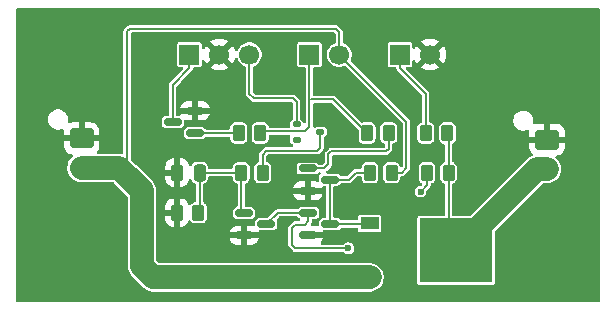
<source format=gbr>
%TF.GenerationSoftware,KiCad,Pcbnew,9.0.4*%
%TF.CreationDate,2025-11-06T12:38:59+01:00*%
%TF.ProjectId,pwr_board,7077725f-626f-4617-9264-2e6b69636164,rev?*%
%TF.SameCoordinates,Original*%
%TF.FileFunction,Copper,L1,Top*%
%TF.FilePolarity,Positive*%
%FSLAX46Y46*%
G04 Gerber Fmt 4.6, Leading zero omitted, Abs format (unit mm)*
G04 Created by KiCad (PCBNEW 9.0.4) date 2025-11-06 12:38:59*
%MOMM*%
%LPD*%
G01*
G04 APERTURE LIST*
G04 Aperture macros list*
%AMRoundRect*
0 Rectangle with rounded corners*
0 $1 Rounding radius*
0 $2 $3 $4 $5 $6 $7 $8 $9 X,Y pos of 4 corners*
0 Add a 4 corners polygon primitive as box body*
4,1,4,$2,$3,$4,$5,$6,$7,$8,$9,$2,$3,0*
0 Add four circle primitives for the rounded corners*
1,1,$1+$1,$2,$3*
1,1,$1+$1,$4,$5*
1,1,$1+$1,$6,$7*
1,1,$1+$1,$8,$9*
0 Add four rect primitives between the rounded corners*
20,1,$1+$1,$2,$3,$4,$5,0*
20,1,$1+$1,$4,$5,$6,$7,0*
20,1,$1+$1,$6,$7,$8,$9,0*
20,1,$1+$1,$8,$9,$2,$3,0*%
G04 Aperture macros list end*
%TA.AperFunction,ComponentPad*%
%ADD10R,1.700000X1.700000*%
%TD*%
%TA.AperFunction,ComponentPad*%
%ADD11C,1.700000*%
%TD*%
%TA.AperFunction,ComponentPad*%
%ADD12C,7.000000*%
%TD*%
%TA.AperFunction,SMDPad,CuDef*%
%ADD13RoundRect,0.250000X-0.262500X-0.450000X0.262500X-0.450000X0.262500X0.450000X-0.262500X0.450000X0*%
%TD*%
%TA.AperFunction,SMDPad,CuDef*%
%ADD14RoundRect,0.150000X-0.587500X-0.150000X0.587500X-0.150000X0.587500X0.150000X-0.587500X0.150000X0*%
%TD*%
%TA.AperFunction,SMDPad,CuDef*%
%ADD15R,1.600000X1.000000*%
%TD*%
%TA.AperFunction,SMDPad,CuDef*%
%ADD16R,6.200000X5.400000*%
%TD*%
%TA.AperFunction,SMDPad,CuDef*%
%ADD17RoundRect,0.112500X-0.237500X0.112500X-0.237500X-0.112500X0.237500X-0.112500X0.237500X0.112500X0*%
%TD*%
%TA.AperFunction,SMDPad,CuDef*%
%ADD18RoundRect,0.250000X0.250000X0.475000X-0.250000X0.475000X-0.250000X-0.475000X0.250000X-0.475000X0*%
%TD*%
%TA.AperFunction,ComponentPad*%
%ADD19RoundRect,0.250000X-0.750000X0.600000X-0.750000X-0.600000X0.750000X-0.600000X0.750000X0.600000X0*%
%TD*%
%TA.AperFunction,ComponentPad*%
%ADD20O,2.000000X1.700000*%
%TD*%
%TA.AperFunction,SMDPad,CuDef*%
%ADD21RoundRect,0.150000X0.587500X0.150000X-0.587500X0.150000X-0.587500X-0.150000X0.587500X-0.150000X0*%
%TD*%
%TA.AperFunction,ViaPad*%
%ADD22C,0.600000*%
%TD*%
%TA.AperFunction,Conductor*%
%ADD23C,0.200000*%
%TD*%
%TA.AperFunction,Conductor*%
%ADD24C,2.000000*%
%TD*%
G04 APERTURE END LIST*
D10*
%TO.P,J3,1,Pin_1*%
%TO.N,Net-(J3-Pin_1)*%
X161589200Y-77800000D03*
D11*
%TO.P,J3,2,Pin_2*%
%TO.N,+5V*%
X164129200Y-77800000D03*
%TD*%
D12*
%TO.P,H1,1,1*%
%TO.N,GND*%
X140400000Y-77500000D03*
%TD*%
D13*
%TO.P,R3,1*%
%TO.N,Net-(Q1-D)*%
X171549400Y-87800000D03*
%TO.P,R3,2*%
%TO.N,Net-(J2-Pin_2)*%
X173374400Y-87800000D03*
%TD*%
%TO.P,R5,1*%
%TO.N,Net-(Q5-B)*%
X155600000Y-84448000D03*
%TO.P,R5,2*%
%TO.N,Net-(J3-Pin_1)*%
X157425000Y-84448000D03*
%TD*%
%TO.P,R7,1*%
%TO.N,Net-(J5-Pin_1)*%
X171450000Y-84450000D03*
%TO.P,R7,2*%
%TO.N,Net-(J2-Pin_2)*%
X173275000Y-84450000D03*
%TD*%
%TO.P,R6,1*%
%TO.N,Net-(J3-Pin_1)*%
X166475000Y-84448000D03*
%TO.P,R6,2*%
%TO.N,Net-(Q3-B)*%
X168300000Y-84448000D03*
%TD*%
D12*
%TO.P,H3,1,1*%
%TO.N,GND*%
X182600000Y-77500000D03*
%TD*%
D13*
%TO.P,R4,1*%
%TO.N,Net-(Q2-D)*%
X166727200Y-87800000D03*
%TO.P,R4,2*%
%TO.N,+5V*%
X168552200Y-87800000D03*
%TD*%
D14*
%TO.P,Q1,1,G*%
%TO.N,Net-(Q1-G)*%
X156062200Y-91216400D03*
%TO.P,Q1,2,S*%
%TO.N,GND*%
X156062200Y-93116400D03*
%TO.P,Q1,3,D*%
%TO.N,Net-(Q1-D)*%
X157937200Y-92166400D03*
%TD*%
D15*
%TO.P,Q4,1*%
%TO.N,Net-(Q2-D)*%
X166690000Y-92106400D03*
D16*
%TO.P,Q4,2*%
%TO.N,Net-(J2-Pin_2)*%
X173990000Y-94386400D03*
D15*
%TO.P,Q4,3*%
%TO.N,+5V*%
X166690000Y-96666400D03*
%TD*%
D12*
%TO.P,H2,1,1*%
%TO.N,GND*%
X140400000Y-95100000D03*
%TD*%
D17*
%TO.P,D1,1,A*%
%TO.N,Net-(D1-A)*%
X160500000Y-83698000D03*
%TO.P,D1,2,NC*%
%TO.N,unconnected-(D1-NC-Pad2)*%
X160500000Y-84998000D03*
%TO.P,D1,3,K*%
%TO.N,Net-(D1-K)*%
X162500000Y-84348000D03*
%TD*%
D18*
%TO.P,C1,1*%
%TO.N,Net-(Q1-G)*%
X152300000Y-87800000D03*
%TO.P,C1,2*%
%TO.N,GND*%
X150400000Y-87800000D03*
%TD*%
D14*
%TO.P,Q3,1,B*%
%TO.N,Net-(Q3-B)*%
X161444000Y-87444400D03*
%TO.P,Q3,2,E*%
%TO.N,GND*%
X161444000Y-89344400D03*
%TO.P,Q3,3,C*%
%TO.N,Net-(Q2-D)*%
X163319000Y-88394400D03*
%TD*%
D19*
%TO.P,J4,1,Pin_1*%
%TO.N,GND*%
X142300000Y-84900000D03*
D20*
%TO.P,J4,2,Pin_2*%
%TO.N,+5V*%
X142300000Y-87400000D03*
%TD*%
D14*
%TO.P,Q2,1,G*%
%TO.N,Net-(Q1-D)*%
X161497800Y-91201200D03*
%TO.P,Q2,2,S*%
%TO.N,GND*%
X161497800Y-93101200D03*
%TO.P,Q2,3,D*%
%TO.N,Net-(Q2-D)*%
X163372800Y-92151200D03*
%TD*%
D19*
%TO.P,J2,1,Pin_1*%
%TO.N,GND*%
X181700000Y-85000000D03*
D20*
%TO.P,J2,2,Pin_2*%
%TO.N,Net-(J2-Pin_2)*%
X181700000Y-87500000D03*
%TD*%
D10*
%TO.P,J1,1,Pin_1*%
%TO.N,STATUS*%
X151429200Y-77800000D03*
D11*
%TO.P,J1,2,Pin_2*%
%TO.N,GND*%
X153969200Y-77800000D03*
%TO.P,J1,3,Pin_3*%
%TO.N,Net-(D1-A)*%
X156509200Y-77800000D03*
%TD*%
D12*
%TO.P,H4,1,1*%
%TO.N,GND*%
X182600000Y-95100000D03*
%TD*%
D10*
%TO.P,J5,1,Pin_1*%
%TO.N,Net-(J5-Pin_1)*%
X169260000Y-77800000D03*
D11*
%TO.P,J5,2,Pin_2*%
%TO.N,GND*%
X171800000Y-77800000D03*
%TD*%
D21*
%TO.P,Q5,1,B*%
%TO.N,Net-(Q5-B)*%
X151900000Y-84450000D03*
%TO.P,Q5,2,E*%
%TO.N,GND*%
X151900000Y-82550000D03*
%TO.P,Q5,3,C*%
%TO.N,STATUS*%
X150025000Y-83500000D03*
%TD*%
D13*
%TO.P,R2,1*%
%TO.N,GND*%
X150369900Y-91186000D03*
%TO.P,R2,2*%
%TO.N,Net-(Q1-G)*%
X152194900Y-91186000D03*
%TD*%
%TO.P,R1,1*%
%TO.N,Net-(Q1-G)*%
X155809000Y-87800000D03*
%TO.P,R1,2*%
%TO.N,Net-(D1-K)*%
X157634000Y-87800000D03*
%TD*%
D22*
%TO.N,Net-(Q1-D)*%
X164900000Y-94200000D03*
X171000000Y-89400000D03*
%TD*%
D23*
%TO.N,Net-(Q1-G)*%
X152194900Y-91186000D02*
X152300000Y-91080900D01*
X155809000Y-90963200D02*
X155809000Y-87800000D01*
X156062200Y-91216400D02*
X155809000Y-90963200D01*
X152300000Y-87800000D02*
X155809000Y-87800000D01*
X152300000Y-91080900D02*
X152300000Y-87800000D01*
%TO.N,STATUS*%
X151429200Y-78951700D02*
X150025000Y-80355900D01*
X151429200Y-77800000D02*
X151429200Y-78951700D01*
X150025000Y-80355900D02*
X150025000Y-83500000D01*
%TO.N,Net-(J2-Pin_2)*%
X173374400Y-87800000D02*
X173374400Y-84549400D01*
X173374400Y-84549400D02*
X173275000Y-84450000D01*
D24*
X181700000Y-87500000D02*
X180876400Y-87500000D01*
D23*
X173374400Y-87800000D02*
X173374400Y-93770800D01*
X173374400Y-93770800D02*
X173951800Y-94348200D01*
D24*
X180876400Y-87500000D02*
X173990000Y-94386400D01*
D23*
X173951800Y-94348200D02*
X173990000Y-94386400D01*
D24*
%TO.N,+5V*%
X146150000Y-88050000D02*
X145500000Y-87400000D01*
X164500000Y-96666400D02*
X148366400Y-96666400D01*
X145500000Y-87400000D02*
X142300000Y-87400000D01*
D23*
X146150000Y-75850000D02*
X146150000Y-88050000D01*
X146400000Y-75600000D02*
X146150000Y-75850000D01*
X169800000Y-87400000D02*
X169800000Y-86300000D01*
X164129200Y-77800000D02*
X164129200Y-75929200D01*
D24*
X148366400Y-96666400D02*
X147400000Y-95700000D01*
D23*
X164129200Y-75929200D02*
X163800000Y-75600000D01*
X169400000Y-87800000D02*
X169800000Y-87400000D01*
D24*
X166690000Y-96666400D02*
X164500000Y-96666400D01*
D23*
X163800000Y-75600000D02*
X146400000Y-75600000D01*
D24*
X147400000Y-89300000D02*
X146150000Y-88050000D01*
D23*
X169800000Y-83470800D02*
X164129200Y-77800000D01*
X169800000Y-86300000D02*
X169800000Y-83470800D01*
X168552200Y-87800000D02*
X169400000Y-87800000D01*
D24*
X147400000Y-95700000D02*
X147400000Y-89300000D01*
D23*
%TO.N,Net-(Q1-D)*%
X160100000Y-92500000D02*
X160100000Y-93900000D01*
X158902400Y-91201200D02*
X157937200Y-92166400D01*
X161200000Y-92200000D02*
X160400000Y-92200000D01*
X161497800Y-91201200D02*
X161497800Y-91902200D01*
X161497800Y-91902200D02*
X161200000Y-92200000D01*
X161497800Y-91201200D02*
X158902400Y-91201200D01*
X160400000Y-92200000D02*
X160100000Y-92500000D01*
X160400000Y-94200000D02*
X164900000Y-94200000D01*
X171549400Y-88850600D02*
X171000000Y-89400000D01*
X171549400Y-87800000D02*
X171549400Y-88850600D01*
X160100000Y-93900000D02*
X160400000Y-94200000D01*
%TO.N,Net-(Q2-D)*%
X163319000Y-88394400D02*
X163319000Y-92097400D01*
X164905600Y-88394400D02*
X165500000Y-87800000D01*
X166690000Y-92106400D02*
X166645200Y-92151200D01*
X163319000Y-88394400D02*
X164905600Y-88394400D01*
X163319000Y-92097400D02*
X163372800Y-92151200D01*
X166645200Y-92151200D02*
X163372800Y-92151200D01*
X165500000Y-87800000D02*
X166727200Y-87800000D01*
%TO.N,Net-(Q3-B)*%
X163200000Y-86200000D02*
X163400000Y-86000000D01*
X161444000Y-87444400D02*
X162855600Y-87444400D01*
X168100000Y-86000000D02*
X168300000Y-85800000D01*
X163200000Y-87100000D02*
X163200000Y-86200000D01*
X163400000Y-86000000D02*
X168100000Y-86000000D01*
X168300000Y-85800000D02*
X168300000Y-84448000D01*
X162855600Y-87444400D02*
X163200000Y-87100000D01*
%TO.N,Net-(Q5-B)*%
X151900000Y-84450000D02*
X155598000Y-84450000D01*
X155598000Y-84450000D02*
X155600000Y-84448000D01*
%TO.N,Net-(J3-Pin_1)*%
X161589200Y-81500000D02*
X161589200Y-80900000D01*
X161200000Y-84300000D02*
X161589200Y-83910800D01*
X161589200Y-80900000D02*
X161589200Y-77800000D01*
X157573000Y-84300000D02*
X161200000Y-84300000D01*
X166475000Y-84448000D02*
X163627000Y-81600000D01*
X161589200Y-83910800D02*
X161589200Y-80900000D01*
X163627000Y-81600000D02*
X161689200Y-81600000D01*
X157425000Y-84448000D02*
X157573000Y-84300000D01*
%TO.N,Net-(J5-Pin_1)*%
X171450000Y-81150000D02*
X171450000Y-84450000D01*
X169260000Y-77800000D02*
X169260000Y-78960000D01*
X169260000Y-78960000D02*
X171450000Y-81150000D01*
%TO.N,Net-(D1-K)*%
X157634000Y-87800000D02*
X157634000Y-86266000D01*
X162250000Y-85950000D02*
X162500000Y-85700000D01*
X157950000Y-85950000D02*
X162250000Y-85950000D01*
X162500000Y-85700000D02*
X162500000Y-84348000D01*
X157634000Y-86266000D02*
X157950000Y-85950000D01*
%TO.N,Net-(D1-A)*%
X156509200Y-77800000D02*
X156509200Y-81109200D01*
X160200000Y-81500000D02*
X160500000Y-81800000D01*
X156900000Y-81500000D02*
X160200000Y-81500000D01*
X160500000Y-81800000D02*
X160500000Y-83698000D01*
X156509200Y-81109200D02*
X156900000Y-81500000D01*
%TD*%
%TA.AperFunction,Conductor*%
%TO.N,GND*%
G36*
X186179339Y-73907385D02*
G01*
X186225094Y-73960189D01*
X186236300Y-74011700D01*
X186236300Y-98662700D01*
X186216615Y-98729739D01*
X186163811Y-98775494D01*
X186112300Y-98786700D01*
X136861300Y-98786700D01*
X136794261Y-98767015D01*
X136748506Y-98714211D01*
X136737300Y-98662700D01*
X136737300Y-83216228D01*
X139449500Y-83216228D01*
X139449500Y-83383771D01*
X139482182Y-83548074D01*
X139482184Y-83548082D01*
X139546295Y-83702860D01*
X139639373Y-83842162D01*
X139757837Y-83960626D01*
X139817513Y-84000500D01*
X139897137Y-84053703D01*
X140051918Y-84117816D01*
X140211206Y-84149500D01*
X140216228Y-84150499D01*
X140216232Y-84150500D01*
X140216233Y-84150500D01*
X140383768Y-84150500D01*
X140383769Y-84150499D01*
X140548082Y-84117816D01*
X140633313Y-84082511D01*
X140702778Y-84075043D01*
X140765258Y-84106317D01*
X140800911Y-84166406D01*
X140804121Y-84209674D01*
X140800000Y-84250008D01*
X140800000Y-84650000D01*
X141866988Y-84650000D01*
X141834075Y-84707007D01*
X141800000Y-84834174D01*
X141800000Y-84965826D01*
X141834075Y-85092993D01*
X141866988Y-85150000D01*
X140800001Y-85150000D01*
X140800001Y-85549986D01*
X140810494Y-85652697D01*
X140865641Y-85819119D01*
X140865643Y-85819124D01*
X140957684Y-85968345D01*
X141081654Y-86092315D01*
X141230875Y-86184356D01*
X141230880Y-86184358D01*
X141397302Y-86239505D01*
X141397310Y-86239506D01*
X141475699Y-86247515D01*
X141540391Y-86273911D01*
X141580543Y-86331092D01*
X141583406Y-86400903D01*
X141548072Y-86461179D01*
X141535986Y-86471188D01*
X141517933Y-86484305D01*
X141517924Y-86484312D01*
X141384312Y-86617924D01*
X141384312Y-86617925D01*
X141384310Y-86617927D01*
X141367806Y-86640643D01*
X141273240Y-86770800D01*
X141187454Y-86939165D01*
X141129059Y-87118884D01*
X141106865Y-87259010D01*
X141106010Y-87263797D01*
X141099500Y-87296529D01*
X141099500Y-87503467D01*
X141106011Y-87536205D01*
X141106866Y-87540994D01*
X141129059Y-87681114D01*
X141129060Y-87681118D01*
X141187453Y-87860832D01*
X141273240Y-88029199D01*
X141384310Y-88182073D01*
X141517927Y-88315690D01*
X141670801Y-88426760D01*
X141724086Y-88453910D01*
X141839163Y-88512545D01*
X141839165Y-88512545D01*
X141839168Y-88512547D01*
X141865027Y-88520949D01*
X142018881Y-88570940D01*
X142205514Y-88600500D01*
X142205519Y-88600500D01*
X144951375Y-88600500D01*
X145018414Y-88620185D01*
X145039056Y-88636819D01*
X145231184Y-88828947D01*
X145231213Y-88828978D01*
X146163181Y-89760945D01*
X146196666Y-89822268D01*
X146199500Y-89848626D01*
X146199500Y-95794486D01*
X146229059Y-95981118D01*
X146287454Y-96160836D01*
X146373240Y-96329199D01*
X146484310Y-96482074D01*
X147584326Y-97582090D01*
X147737201Y-97693160D01*
X147781776Y-97715872D01*
X147905563Y-97778945D01*
X147905565Y-97778945D01*
X147905568Y-97778947D01*
X147998547Y-97809158D01*
X148085281Y-97837340D01*
X148271914Y-97866900D01*
X148271919Y-97866900D01*
X166784486Y-97866900D01*
X166971118Y-97837340D01*
X167150832Y-97778947D01*
X167319199Y-97693160D01*
X167472073Y-97582090D01*
X167605690Y-97448473D01*
X167716760Y-97295599D01*
X167802547Y-97127232D01*
X167860940Y-96947518D01*
X167890500Y-96760886D01*
X167890500Y-96571913D01*
X167860940Y-96385281D01*
X167802545Y-96205563D01*
X167716759Y-96037200D01*
X167605690Y-95884327D01*
X167472073Y-95750710D01*
X167319199Y-95639640D01*
X167252233Y-95605519D01*
X167150836Y-95553854D01*
X166971118Y-95495459D01*
X166784486Y-95465900D01*
X166784481Y-95465900D01*
X164594481Y-95465900D01*
X148915026Y-95465900D01*
X148847987Y-95446215D01*
X148827345Y-95429581D01*
X148636819Y-95239055D01*
X148603334Y-95177732D01*
X148600500Y-95151374D01*
X148600500Y-93366401D01*
X154827404Y-93366401D01*
X154827599Y-93368886D01*
X154873418Y-93526598D01*
X154957014Y-93667952D01*
X154957021Y-93667961D01*
X155073138Y-93784078D01*
X155073147Y-93784085D01*
X155214503Y-93867682D01*
X155214506Y-93867683D01*
X155372204Y-93913499D01*
X155372210Y-93913500D01*
X155409050Y-93916399D01*
X155409066Y-93916400D01*
X155812200Y-93916400D01*
X156312200Y-93916400D01*
X156715334Y-93916400D01*
X156715349Y-93916399D01*
X156752189Y-93913500D01*
X156752195Y-93913499D01*
X156909893Y-93867683D01*
X156909896Y-93867682D01*
X157051252Y-93784085D01*
X157051261Y-93784078D01*
X157167378Y-93667961D01*
X157167385Y-93667952D01*
X157250981Y-93526598D01*
X157296800Y-93368886D01*
X157296995Y-93366401D01*
X157296995Y-93366400D01*
X156312200Y-93366400D01*
X156312200Y-93916400D01*
X155812200Y-93916400D01*
X155812200Y-93366400D01*
X154827405Y-93366400D01*
X154827404Y-93366401D01*
X148600500Y-93366401D01*
X148600500Y-92866398D01*
X154827404Y-92866398D01*
X154827405Y-92866400D01*
X155812200Y-92866400D01*
X155812200Y-92316400D01*
X156312200Y-92316400D01*
X156312200Y-92866400D01*
X157296995Y-92866400D01*
X157296995Y-92866398D01*
X157296800Y-92863913D01*
X157285639Y-92825495D01*
X157285839Y-92755625D01*
X157323782Y-92696955D01*
X157387420Y-92668112D01*
X157404716Y-92666900D01*
X158557961Y-92666900D01*
X158580671Y-92663591D01*
X158626093Y-92656973D01*
X158731183Y-92605598D01*
X158813898Y-92522883D01*
X158865273Y-92417793D01*
X158875200Y-92349660D01*
X158875200Y-91983140D01*
X158871761Y-91959540D01*
X158865273Y-91915007D01*
X158833835Y-91850700D01*
X158821507Y-91825482D01*
X158817514Y-91802098D01*
X158809224Y-91779870D01*
X158811742Y-91768292D01*
X158809748Y-91756612D01*
X158819033Y-91734777D01*
X158824076Y-91711597D01*
X158835224Y-91696704D01*
X158837091Y-91692315D01*
X158845207Y-91683363D01*
X158990554Y-91538016D01*
X159051875Y-91504534D01*
X159078233Y-91501700D01*
X160517303Y-91501700D01*
X160584342Y-91521385D01*
X160618223Y-91553650D01*
X160621105Y-91557687D01*
X160703814Y-91640396D01*
X160703815Y-91640396D01*
X160703817Y-91640398D01*
X160752299Y-91664099D01*
X160803881Y-91711227D01*
X160821796Y-91778761D01*
X160800355Y-91845260D01*
X160746366Y-91889610D01*
X160697839Y-91899500D01*
X160360438Y-91899500D01*
X160321148Y-91910028D01*
X160284010Y-91919979D01*
X160254256Y-91937157D01*
X160246286Y-91941760D01*
X160246284Y-91941761D01*
X160246282Y-91941762D01*
X160215490Y-91959539D01*
X160215487Y-91959541D01*
X159859541Y-92315487D01*
X159859535Y-92315495D01*
X159819982Y-92384004D01*
X159819979Y-92384009D01*
X159819446Y-92385999D01*
X159799500Y-92460438D01*
X159799500Y-93939562D01*
X159813152Y-93990513D01*
X159819979Y-94015990D01*
X159819980Y-94015991D01*
X159840089Y-94050821D01*
X159859540Y-94084511D01*
X160159540Y-94384511D01*
X160215489Y-94440460D01*
X160215491Y-94440461D01*
X160215495Y-94440464D01*
X160284004Y-94480017D01*
X160284011Y-94480021D01*
X160360438Y-94500500D01*
X160439562Y-94500500D01*
X164441324Y-94500500D01*
X164508363Y-94520185D01*
X164529005Y-94536819D01*
X164592686Y-94600500D01*
X164706814Y-94666392D01*
X164834108Y-94700500D01*
X164834110Y-94700500D01*
X164965890Y-94700500D01*
X164965892Y-94700500D01*
X165093186Y-94666392D01*
X165207314Y-94600500D01*
X165300500Y-94507314D01*
X165366392Y-94393186D01*
X165400500Y-94265892D01*
X165400500Y-94134108D01*
X165366392Y-94006814D01*
X165300500Y-93892686D01*
X165207314Y-93799500D01*
X165150250Y-93766554D01*
X165093187Y-93733608D01*
X165029539Y-93716554D01*
X164965892Y-93699500D01*
X164834108Y-93699500D01*
X164706812Y-93733608D01*
X164592686Y-93799500D01*
X164592683Y-93799502D01*
X164529005Y-93863181D01*
X164467682Y-93896666D01*
X164441324Y-93899500D01*
X162655602Y-93899500D01*
X162588563Y-93879815D01*
X162542808Y-93827011D01*
X162532864Y-93757853D01*
X162561889Y-93694297D01*
X162567921Y-93687819D01*
X162602978Y-93652761D01*
X162602985Y-93652752D01*
X162686581Y-93511398D01*
X162732400Y-93353686D01*
X162732595Y-93351201D01*
X162732595Y-93351200D01*
X161621800Y-93351200D01*
X161554761Y-93331515D01*
X161509006Y-93278711D01*
X161497800Y-93227200D01*
X161497800Y-92975200D01*
X161517485Y-92908161D01*
X161570289Y-92862406D01*
X161621800Y-92851200D01*
X162732595Y-92851200D01*
X162732595Y-92851198D01*
X162732400Y-92848713D01*
X162721239Y-92810295D01*
X162721439Y-92740425D01*
X162759382Y-92681755D01*
X162823020Y-92652912D01*
X162840316Y-92651700D01*
X163993561Y-92651700D01*
X164016271Y-92648391D01*
X164061693Y-92641773D01*
X164166783Y-92590398D01*
X164249498Y-92507683D01*
X164249500Y-92507677D01*
X164252377Y-92503650D01*
X164307351Y-92460526D01*
X164353297Y-92451700D01*
X165565500Y-92451700D01*
X165632539Y-92471385D01*
X165678294Y-92524189D01*
X165689500Y-92575700D01*
X165689500Y-92626152D01*
X165701131Y-92684629D01*
X165701132Y-92684630D01*
X165745447Y-92750952D01*
X165811769Y-92795267D01*
X165811770Y-92795268D01*
X165870247Y-92806899D01*
X165870250Y-92806900D01*
X165870252Y-92806900D01*
X167509750Y-92806900D01*
X167509751Y-92806899D01*
X167524568Y-92803952D01*
X167568229Y-92795268D01*
X167568229Y-92795267D01*
X167568231Y-92795267D01*
X167634552Y-92750952D01*
X167678867Y-92684631D01*
X167678867Y-92684629D01*
X167678868Y-92684629D01*
X167690499Y-92626152D01*
X167690500Y-92626150D01*
X167690500Y-91666647D01*
X170689500Y-91666647D01*
X170689500Y-97106152D01*
X170701131Y-97164629D01*
X170701132Y-97164630D01*
X170745447Y-97230952D01*
X170811769Y-97275267D01*
X170811770Y-97275268D01*
X170870247Y-97286899D01*
X170870250Y-97286900D01*
X170870252Y-97286900D01*
X177109750Y-97286900D01*
X177109751Y-97286899D01*
X177124568Y-97283952D01*
X177168229Y-97275268D01*
X177168229Y-97275267D01*
X177168231Y-97275267D01*
X177234552Y-97230952D01*
X177278867Y-97164631D01*
X177278867Y-97164629D01*
X177278868Y-97164629D01*
X177290499Y-97106152D01*
X177290500Y-97106150D01*
X177290500Y-92835026D01*
X177310185Y-92767987D01*
X177326819Y-92747345D01*
X181337345Y-88736819D01*
X181398668Y-88703334D01*
X181425026Y-88700500D01*
X181794486Y-88700500D01*
X181981118Y-88670940D01*
X181981549Y-88670800D01*
X182160832Y-88612547D01*
X182329199Y-88526760D01*
X182482073Y-88415690D01*
X182615690Y-88282073D01*
X182726760Y-88129199D01*
X182812547Y-87960832D01*
X182870940Y-87781118D01*
X182893147Y-87640899D01*
X182893979Y-87636241D01*
X182900500Y-87603465D01*
X182900500Y-87396535D01*
X182900500Y-87396532D01*
X182893990Y-87363811D01*
X182893146Y-87359093D01*
X182870940Y-87218882D01*
X182812547Y-87039168D01*
X182812545Y-87039165D01*
X182812545Y-87039163D01*
X182753951Y-86924167D01*
X182726760Y-86870801D01*
X182615690Y-86717927D01*
X182482073Y-86584310D01*
X182482069Y-86584307D01*
X182464013Y-86571188D01*
X182421349Y-86515857D01*
X182415371Y-86446244D01*
X182447979Y-86384450D01*
X182508818Y-86350094D01*
X182524300Y-86347514D01*
X182602696Y-86339505D01*
X182769119Y-86284358D01*
X182769124Y-86284356D01*
X182918345Y-86192315D01*
X183042315Y-86068345D01*
X183134356Y-85919124D01*
X183134358Y-85919119D01*
X183189505Y-85752697D01*
X183189506Y-85752690D01*
X183199999Y-85649986D01*
X183200000Y-85649973D01*
X183200000Y-85250000D01*
X182133012Y-85250000D01*
X182165925Y-85192993D01*
X182200000Y-85065826D01*
X182200000Y-84934174D01*
X182165925Y-84807007D01*
X182133012Y-84750000D01*
X183199999Y-84750000D01*
X183199999Y-84350028D01*
X183199998Y-84350013D01*
X183189505Y-84247302D01*
X183134358Y-84080880D01*
X183134356Y-84080875D01*
X183042315Y-83931654D01*
X182918345Y-83807684D01*
X182769124Y-83715643D01*
X182769119Y-83715641D01*
X182602697Y-83660494D01*
X182602690Y-83660493D01*
X182499986Y-83650000D01*
X181950000Y-83650000D01*
X181950000Y-84566988D01*
X181892993Y-84534075D01*
X181765826Y-84500000D01*
X181634174Y-84500000D01*
X181507007Y-84534075D01*
X181450000Y-84566988D01*
X181450000Y-83650000D01*
X180900028Y-83650000D01*
X180900012Y-83650001D01*
X180797302Y-83660494D01*
X180697623Y-83693525D01*
X180627795Y-83695927D01*
X180567753Y-83660195D01*
X180536560Y-83597675D01*
X180537002Y-83551628D01*
X180544964Y-83511598D01*
X180550500Y-83483767D01*
X180550500Y-83316233D01*
X180517816Y-83151918D01*
X180453703Y-82997137D01*
X180395998Y-82910775D01*
X180360626Y-82857837D01*
X180242162Y-82739373D01*
X180102860Y-82646295D01*
X179948082Y-82582184D01*
X179948074Y-82582182D01*
X179783771Y-82549500D01*
X179783767Y-82549500D01*
X179616233Y-82549500D01*
X179616228Y-82549500D01*
X179451925Y-82582182D01*
X179451917Y-82582184D01*
X179297139Y-82646295D01*
X179157837Y-82739373D01*
X179039373Y-82857837D01*
X178946295Y-82997139D01*
X178882184Y-83151917D01*
X178882182Y-83151925D01*
X178849500Y-83316228D01*
X178849500Y-83483771D01*
X178882182Y-83648074D01*
X178882184Y-83648082D01*
X178946295Y-83802860D01*
X179039373Y-83942162D01*
X179157837Y-84060626D01*
X179243430Y-84117817D01*
X179297137Y-84153703D01*
X179451918Y-84217816D01*
X179613760Y-84250008D01*
X179616228Y-84250499D01*
X179616232Y-84250500D01*
X179616233Y-84250500D01*
X179783768Y-84250500D01*
X179783769Y-84250499D01*
X179948082Y-84217816D01*
X180033313Y-84182511D01*
X180102778Y-84175043D01*
X180165258Y-84206317D01*
X180200911Y-84266406D01*
X180204121Y-84309674D01*
X180200000Y-84350008D01*
X180200000Y-84750000D01*
X181266988Y-84750000D01*
X181234075Y-84807007D01*
X181200000Y-84934174D01*
X181200000Y-85065826D01*
X181234075Y-85192993D01*
X181266988Y-85250000D01*
X180200001Y-85250000D01*
X180200001Y-85649986D01*
X180210494Y-85752697D01*
X180265641Y-85919119D01*
X180265643Y-85919124D01*
X180357684Y-86068345D01*
X180469647Y-86180308D01*
X180503132Y-86241631D01*
X180498148Y-86311323D01*
X180456276Y-86367256D01*
X180420296Y-86385916D01*
X180415568Y-86387452D01*
X180247200Y-86473240D01*
X180094323Y-86584312D01*
X175229055Y-91449581D01*
X175167732Y-91483066D01*
X175141374Y-91485900D01*
X173798900Y-91485900D01*
X173731861Y-91466215D01*
X173686106Y-91413411D01*
X173674900Y-91361900D01*
X173674900Y-88801969D01*
X173694585Y-88734930D01*
X173747389Y-88689175D01*
X173757925Y-88684934D01*
X173849782Y-88652793D01*
X173959050Y-88572150D01*
X174039693Y-88462882D01*
X174072728Y-88368473D01*
X174084546Y-88334701D01*
X174084546Y-88334699D01*
X174087400Y-88304269D01*
X174087400Y-87295730D01*
X174084546Y-87265300D01*
X174084546Y-87265298D01*
X174039693Y-87137119D01*
X174039692Y-87137117D01*
X173959050Y-87027850D01*
X173849782Y-86947207D01*
X173826808Y-86939168D01*
X173757944Y-86915071D01*
X173701169Y-86874349D01*
X173675422Y-86809396D01*
X173674900Y-86798030D01*
X173674900Y-85417188D01*
X173694585Y-85350149D01*
X173742810Y-85308361D01*
X173742163Y-85307137D01*
X173750379Y-85302794D01*
X173750382Y-85302793D01*
X173859650Y-85222150D01*
X173940293Y-85112882D01*
X173962719Y-85048790D01*
X173985146Y-84984701D01*
X173985146Y-84984699D01*
X173988000Y-84954269D01*
X173988000Y-83945730D01*
X173985146Y-83915300D01*
X173985146Y-83915298D01*
X173940293Y-83787119D01*
X173940292Y-83787117D01*
X173859650Y-83677850D01*
X173750382Y-83597207D01*
X173750380Y-83597206D01*
X173622200Y-83552353D01*
X173591770Y-83549500D01*
X173591766Y-83549500D01*
X172958234Y-83549500D01*
X172958230Y-83549500D01*
X172927800Y-83552353D01*
X172927798Y-83552353D01*
X172799619Y-83597206D01*
X172799617Y-83597207D01*
X172690350Y-83677850D01*
X172609707Y-83787117D01*
X172609706Y-83787119D01*
X172564853Y-83915298D01*
X172564853Y-83915300D01*
X172562000Y-83945730D01*
X172562000Y-84954269D01*
X172564853Y-84984699D01*
X172564853Y-84984701D01*
X172609006Y-85110880D01*
X172609707Y-85112882D01*
X172690350Y-85222150D01*
X172799618Y-85302793D01*
X172842345Y-85317744D01*
X172927799Y-85347646D01*
X172961120Y-85350771D01*
X172960979Y-85352264D01*
X173021543Y-85373036D01*
X173064888Y-85427835D01*
X173073900Y-85474245D01*
X173073900Y-86798030D01*
X173054215Y-86865069D01*
X173001411Y-86910824D01*
X172990856Y-86915071D01*
X172899017Y-86947207D01*
X172789750Y-87027850D01*
X172709107Y-87137117D01*
X172709106Y-87137119D01*
X172664253Y-87265298D01*
X172664253Y-87265300D01*
X172661400Y-87295730D01*
X172661400Y-88304269D01*
X172664253Y-88334699D01*
X172664253Y-88334701D01*
X172709106Y-88462880D01*
X172709107Y-88462882D01*
X172789750Y-88572150D01*
X172899018Y-88652793D01*
X172990857Y-88684929D01*
X173047631Y-88725649D01*
X173073378Y-88790602D01*
X173073900Y-88801969D01*
X173073900Y-91361900D01*
X173054215Y-91428939D01*
X173001411Y-91474694D01*
X172949900Y-91485900D01*
X170870247Y-91485900D01*
X170811770Y-91497531D01*
X170811769Y-91497532D01*
X170745447Y-91541847D01*
X170701132Y-91608169D01*
X170701131Y-91608170D01*
X170689500Y-91666647D01*
X167690500Y-91666647D01*
X167690500Y-91586649D01*
X167690499Y-91586647D01*
X167678868Y-91528170D01*
X167678867Y-91528169D01*
X167634552Y-91461847D01*
X167568230Y-91417532D01*
X167568229Y-91417531D01*
X167509752Y-91405900D01*
X167509748Y-91405900D01*
X165870252Y-91405900D01*
X165870247Y-91405900D01*
X165811770Y-91417531D01*
X165811769Y-91417532D01*
X165745447Y-91461847D01*
X165701132Y-91528169D01*
X165701131Y-91528170D01*
X165689500Y-91586647D01*
X165689500Y-91726700D01*
X165669815Y-91793739D01*
X165617011Y-91839494D01*
X165565500Y-91850700D01*
X164353297Y-91850700D01*
X164286258Y-91831015D01*
X164252377Y-91798750D01*
X164249494Y-91794712D01*
X164166785Y-91712003D01*
X164061691Y-91660626D01*
X163993561Y-91650700D01*
X163993560Y-91650700D01*
X163743500Y-91650700D01*
X163676461Y-91631015D01*
X163630706Y-91578211D01*
X163619500Y-91526700D01*
X163619500Y-89334108D01*
X170499500Y-89334108D01*
X170499500Y-89465891D01*
X170533608Y-89593187D01*
X170534309Y-89594401D01*
X170599500Y-89707314D01*
X170692686Y-89800500D01*
X170806814Y-89866392D01*
X170934108Y-89900500D01*
X170934110Y-89900500D01*
X171065890Y-89900500D01*
X171065892Y-89900500D01*
X171193186Y-89866392D01*
X171307314Y-89800500D01*
X171400500Y-89707314D01*
X171466392Y-89593186D01*
X171500500Y-89465892D01*
X171500500Y-89375832D01*
X171520185Y-89308793D01*
X171536819Y-89288151D01*
X171619457Y-89205513D01*
X171789860Y-89035111D01*
X171810420Y-88999500D01*
X171829421Y-88966589D01*
X171849900Y-88890162D01*
X171849900Y-88801969D01*
X171869585Y-88734930D01*
X171922389Y-88689175D01*
X171932925Y-88684934D01*
X172024782Y-88652793D01*
X172134050Y-88572150D01*
X172214693Y-88462882D01*
X172247728Y-88368473D01*
X172259546Y-88334701D01*
X172259546Y-88334699D01*
X172262400Y-88304269D01*
X172262400Y-87295730D01*
X172259546Y-87265300D01*
X172259546Y-87265298D01*
X172214693Y-87137119D01*
X172214692Y-87137117D01*
X172134050Y-87027850D01*
X172024782Y-86947207D01*
X172024780Y-86947206D01*
X171896600Y-86902353D01*
X171866170Y-86899500D01*
X171866166Y-86899500D01*
X171232634Y-86899500D01*
X171232630Y-86899500D01*
X171202200Y-86902353D01*
X171202198Y-86902353D01*
X171074019Y-86947206D01*
X171074017Y-86947207D01*
X170964750Y-87027850D01*
X170884107Y-87137117D01*
X170884106Y-87137119D01*
X170839253Y-87265298D01*
X170839253Y-87265300D01*
X170836400Y-87295730D01*
X170836400Y-88304269D01*
X170839253Y-88334699D01*
X170839253Y-88334701D01*
X170884106Y-88462880D01*
X170884107Y-88462882D01*
X170964750Y-88572150D01*
X171074018Y-88652793D01*
X171074020Y-88652793D01*
X171082231Y-88657133D01*
X171081532Y-88658453D01*
X171100979Y-88673009D01*
X171128399Y-88692675D01*
X171128882Y-88693893D01*
X171129930Y-88694678D01*
X171141711Y-88726256D01*
X171154147Y-88757628D01*
X171153894Y-88758913D01*
X171154352Y-88760140D01*
X171147187Y-88793089D01*
X171140691Y-88826190D01*
X171139693Y-88827550D01*
X171139506Y-88828415D01*
X171118357Y-88856670D01*
X171111854Y-88863174D01*
X171050533Y-88896664D01*
X171024166Y-88899500D01*
X170934108Y-88899500D01*
X170806812Y-88933608D01*
X170692686Y-88999500D01*
X170692683Y-88999502D01*
X170599502Y-89092683D01*
X170599500Y-89092686D01*
X170533608Y-89206812D01*
X170499500Y-89334108D01*
X163619500Y-89334108D01*
X163619500Y-89018900D01*
X163639185Y-88951861D01*
X163691989Y-88906106D01*
X163743500Y-88894900D01*
X163939761Y-88894900D01*
X163962471Y-88891591D01*
X164007893Y-88884973D01*
X164112983Y-88833598D01*
X164195698Y-88750883D01*
X164195700Y-88750877D01*
X164198577Y-88746850D01*
X164253551Y-88703726D01*
X164299497Y-88694900D01*
X164945160Y-88694900D01*
X164945162Y-88694900D01*
X165021589Y-88674421D01*
X165090111Y-88634860D01*
X165146060Y-88578911D01*
X165588152Y-88136819D01*
X165615079Y-88122115D01*
X165640898Y-88105523D01*
X165647098Y-88104631D01*
X165649475Y-88103334D01*
X165675833Y-88100500D01*
X165890200Y-88100500D01*
X165957239Y-88120185D01*
X166002994Y-88172989D01*
X166014200Y-88224500D01*
X166014200Y-88304269D01*
X166017053Y-88334699D01*
X166017053Y-88334701D01*
X166061906Y-88462880D01*
X166061907Y-88462882D01*
X166142550Y-88572150D01*
X166251818Y-88652793D01*
X166294545Y-88667744D01*
X166379999Y-88697646D01*
X166410430Y-88700500D01*
X166410434Y-88700500D01*
X167043970Y-88700500D01*
X167074399Y-88697646D01*
X167074401Y-88697646D01*
X167144808Y-88673009D01*
X167202582Y-88652793D01*
X167311850Y-88572150D01*
X167392493Y-88462882D01*
X167425528Y-88368473D01*
X167437346Y-88334701D01*
X167437346Y-88334699D01*
X167440200Y-88304269D01*
X167440200Y-87295730D01*
X167437346Y-87265300D01*
X167437346Y-87265298D01*
X167392493Y-87137119D01*
X167392492Y-87137117D01*
X167311850Y-87027850D01*
X167202582Y-86947207D01*
X167202580Y-86947206D01*
X167074400Y-86902353D01*
X167043970Y-86899500D01*
X167043966Y-86899500D01*
X166410434Y-86899500D01*
X166410430Y-86899500D01*
X166380000Y-86902353D01*
X166379998Y-86902353D01*
X166251819Y-86947206D01*
X166251817Y-86947207D01*
X166142550Y-87027850D01*
X166061907Y-87137117D01*
X166061906Y-87137119D01*
X166017053Y-87265298D01*
X166017053Y-87265300D01*
X166014200Y-87295730D01*
X166014200Y-87375500D01*
X165994515Y-87442539D01*
X165941711Y-87488294D01*
X165890200Y-87499500D01*
X165460438Y-87499500D01*
X165384010Y-87519978D01*
X165315489Y-87559540D01*
X165315486Y-87559542D01*
X164817448Y-88057581D01*
X164756125Y-88091066D01*
X164729767Y-88093900D01*
X164299497Y-88093900D01*
X164232458Y-88074215D01*
X164198577Y-88041950D01*
X164195694Y-88037912D01*
X164112985Y-87955203D01*
X164007891Y-87903826D01*
X163939761Y-87893900D01*
X163939760Y-87893900D01*
X163130433Y-87893900D01*
X163109187Y-87887661D01*
X163087099Y-87886082D01*
X163076315Y-87878009D01*
X163063394Y-87874215D01*
X163048894Y-87857481D01*
X163031166Y-87844210D01*
X163026458Y-87831589D01*
X163017639Y-87821411D01*
X163014487Y-87799493D01*
X163006749Y-87778746D01*
X163009611Y-87765585D01*
X163007695Y-87752253D01*
X163016894Y-87732109D01*
X163021601Y-87710473D01*
X163034869Y-87692747D01*
X163036720Y-87688697D01*
X163042752Y-87682219D01*
X163440457Y-87284514D01*
X163440460Y-87284511D01*
X163454675Y-87259889D01*
X163480021Y-87215989D01*
X163500500Y-87139562D01*
X163500500Y-86424500D01*
X163520185Y-86357461D01*
X163572989Y-86311706D01*
X163624500Y-86300500D01*
X168139560Y-86300500D01*
X168139562Y-86300500D01*
X168215989Y-86280021D01*
X168284511Y-86240460D01*
X168340460Y-86184511D01*
X168540460Y-85984511D01*
X168580022Y-85915988D01*
X168600500Y-85839562D01*
X168600500Y-85760438D01*
X168600500Y-85449969D01*
X168620185Y-85382930D01*
X168672989Y-85337175D01*
X168683525Y-85332934D01*
X168775382Y-85300793D01*
X168884650Y-85220150D01*
X168965293Y-85110882D01*
X168987719Y-85046790D01*
X169010146Y-84982701D01*
X169010146Y-84982699D01*
X169013000Y-84952269D01*
X169013000Y-83943730D01*
X169010146Y-83913300D01*
X169010146Y-83913298D01*
X168965993Y-83787119D01*
X168965293Y-83785118D01*
X168884650Y-83675850D01*
X168775382Y-83595207D01*
X168775380Y-83595206D01*
X168647200Y-83550353D01*
X168616770Y-83547500D01*
X168616766Y-83547500D01*
X167983234Y-83547500D01*
X167983230Y-83547500D01*
X167952800Y-83550353D01*
X167952798Y-83550353D01*
X167824619Y-83595206D01*
X167824617Y-83595207D01*
X167715350Y-83675850D01*
X167634707Y-83785117D01*
X167634706Y-83785119D01*
X167589853Y-83913298D01*
X167589853Y-83913300D01*
X167587000Y-83943730D01*
X167587000Y-84952269D01*
X167589853Y-84982699D01*
X167589853Y-84982701D01*
X167628447Y-85092993D01*
X167634707Y-85110882D01*
X167715350Y-85220150D01*
X167824618Y-85300793D01*
X167916457Y-85332929D01*
X167935446Y-85346548D01*
X167956703Y-85356256D01*
X167963305Y-85366530D01*
X167973231Y-85373649D01*
X167981843Y-85395375D01*
X167994477Y-85415034D01*
X167997232Y-85434198D01*
X167998978Y-85438602D01*
X167999500Y-85449969D01*
X167999500Y-85575500D01*
X167979815Y-85642539D01*
X167927011Y-85688294D01*
X167875500Y-85699500D01*
X163360438Y-85699500D01*
X163284010Y-85719978D01*
X163215489Y-85759540D01*
X163215486Y-85759542D01*
X162959541Y-86015487D01*
X162959535Y-86015495D01*
X162919982Y-86084004D01*
X162919979Y-86084009D01*
X162899500Y-86160439D01*
X162899500Y-86924167D01*
X162890855Y-86953607D01*
X162884332Y-86983594D01*
X162880577Y-86988609D01*
X162879815Y-86991206D01*
X162863181Y-87011848D01*
X162767448Y-87107581D01*
X162706125Y-87141066D01*
X162679767Y-87143900D01*
X162424497Y-87143900D01*
X162357458Y-87124215D01*
X162323577Y-87091950D01*
X162320694Y-87087912D01*
X162237985Y-87005203D01*
X162209353Y-86991206D01*
X162132893Y-86953827D01*
X162132891Y-86953826D01*
X162064761Y-86943900D01*
X162064760Y-86943900D01*
X160823240Y-86943900D01*
X160823239Y-86943900D01*
X160755108Y-86953826D01*
X160650014Y-87005203D01*
X160567303Y-87087914D01*
X160515926Y-87193008D01*
X160506000Y-87261139D01*
X160506000Y-87627660D01*
X160515926Y-87695791D01*
X160567303Y-87800885D01*
X160650014Y-87883596D01*
X160650015Y-87883596D01*
X160650017Y-87883598D01*
X160755107Y-87934973D01*
X160789173Y-87939936D01*
X160823239Y-87944900D01*
X160823240Y-87944900D01*
X162064761Y-87944900D01*
X162087471Y-87941591D01*
X162132893Y-87934973D01*
X162237983Y-87883598D01*
X162320698Y-87800883D01*
X162320700Y-87800877D01*
X162323577Y-87796850D01*
X162378551Y-87753726D01*
X162424497Y-87744900D01*
X162435956Y-87744900D01*
X162502995Y-87764585D01*
X162548750Y-87817389D01*
X162558694Y-87886547D01*
X162529669Y-87950103D01*
X162523637Y-87956581D01*
X162442303Y-88037914D01*
X162390926Y-88143008D01*
X162381000Y-88211139D01*
X162381000Y-88453910D01*
X162361315Y-88520949D01*
X162308511Y-88566704D01*
X162239353Y-88576648D01*
X162222405Y-88572986D01*
X162133995Y-88547300D01*
X162133989Y-88547299D01*
X162097149Y-88544400D01*
X161694000Y-88544400D01*
X161694000Y-89094400D01*
X162678795Y-89094400D01*
X162678795Y-89094398D01*
X162678600Y-89091913D01*
X162667439Y-89053495D01*
X162667639Y-88983625D01*
X162705582Y-88924955D01*
X162769220Y-88896112D01*
X162786516Y-88894900D01*
X162894500Y-88894900D01*
X162961539Y-88914585D01*
X163007294Y-88967389D01*
X163018500Y-89018900D01*
X163018500Y-91526700D01*
X162998815Y-91593739D01*
X162946011Y-91639494D01*
X162894500Y-91650700D01*
X162752039Y-91650700D01*
X162683908Y-91660626D01*
X162578814Y-91712003D01*
X162496103Y-91794714D01*
X162444726Y-91899808D01*
X162434800Y-91967939D01*
X162434800Y-92210710D01*
X162415115Y-92277749D01*
X162362311Y-92323504D01*
X162293153Y-92333448D01*
X162276205Y-92329786D01*
X162187795Y-92304100D01*
X162187789Y-92304099D01*
X162150949Y-92301200D01*
X161823134Y-92301200D01*
X161756095Y-92281515D01*
X161710340Y-92228711D01*
X161700396Y-92159553D01*
X161729421Y-92095997D01*
X161735453Y-92089519D01*
X161738258Y-92086713D01*
X161738260Y-92086711D01*
X161740030Y-92083646D01*
X161777821Y-92018189D01*
X161798300Y-91941762D01*
X161798300Y-91825700D01*
X161817985Y-91758661D01*
X161870789Y-91712906D01*
X161922300Y-91701700D01*
X162118561Y-91701700D01*
X162141271Y-91698391D01*
X162186693Y-91691773D01*
X162291783Y-91640398D01*
X162374498Y-91557683D01*
X162425873Y-91452593D01*
X162435800Y-91384460D01*
X162435800Y-91017940D01*
X162425873Y-90949807D01*
X162374498Y-90844717D01*
X162374496Y-90844715D01*
X162374496Y-90844714D01*
X162291785Y-90762003D01*
X162186691Y-90710626D01*
X162118561Y-90700700D01*
X162118560Y-90700700D01*
X160877040Y-90700700D01*
X160877039Y-90700700D01*
X160808908Y-90710626D01*
X160703814Y-90762003D01*
X160621105Y-90844712D01*
X160618223Y-90848750D01*
X160563249Y-90891874D01*
X160517303Y-90900700D01*
X158862838Y-90900700D01*
X158832267Y-90908891D01*
X158786408Y-90921179D01*
X158786407Y-90921180D01*
X158736827Y-90949806D01*
X158736826Y-90949807D01*
X158717890Y-90960739D01*
X158717887Y-90960741D01*
X158049048Y-91629581D01*
X157987725Y-91663066D01*
X157961367Y-91665900D01*
X157316439Y-91665900D01*
X157248308Y-91675826D01*
X157143214Y-91727203D01*
X157060503Y-91809914D01*
X157009126Y-91915008D01*
X156999200Y-91983139D01*
X156999200Y-92225910D01*
X156979515Y-92292949D01*
X156926711Y-92338704D01*
X156857553Y-92348648D01*
X156840605Y-92344986D01*
X156752195Y-92319300D01*
X156752189Y-92319299D01*
X156715349Y-92316400D01*
X156312200Y-92316400D01*
X155812200Y-92316400D01*
X155409050Y-92316400D01*
X155372210Y-92319299D01*
X155372204Y-92319300D01*
X155214506Y-92365116D01*
X155214503Y-92365117D01*
X155073147Y-92448714D01*
X155073138Y-92448721D01*
X154957021Y-92564838D01*
X154957014Y-92564847D01*
X154873418Y-92706201D01*
X154827599Y-92863913D01*
X154827404Y-92866398D01*
X148600500Y-92866398D01*
X148600500Y-91685986D01*
X149357401Y-91685986D01*
X149367894Y-91788697D01*
X149423041Y-91955119D01*
X149423043Y-91955124D01*
X149515084Y-92104345D01*
X149639054Y-92228315D01*
X149788275Y-92320356D01*
X149788280Y-92320358D01*
X149954702Y-92375505D01*
X149954709Y-92375506D01*
X150057419Y-92385999D01*
X150119899Y-92385998D01*
X150119900Y-92385998D01*
X150119900Y-91436000D01*
X149357401Y-91436000D01*
X149357401Y-91685986D01*
X148600500Y-91685986D01*
X148600500Y-90686013D01*
X149357400Y-90686013D01*
X149357400Y-90936000D01*
X150119900Y-90936000D01*
X150119900Y-89986000D01*
X150619900Y-89986000D01*
X150619900Y-92385999D01*
X150682372Y-92385999D01*
X150682386Y-92385998D01*
X150785097Y-92375505D01*
X150951519Y-92320358D01*
X150951524Y-92320356D01*
X151100745Y-92228315D01*
X151224715Y-92104345D01*
X151316756Y-91955124D01*
X151316759Y-91955117D01*
X151331700Y-91910028D01*
X151371472Y-91852583D01*
X151435987Y-91825759D01*
X151504763Y-91838073D01*
X151549175Y-91875396D01*
X151610250Y-91958150D01*
X151719518Y-92038793D01*
X151762245Y-92053744D01*
X151847699Y-92083646D01*
X151878130Y-92086500D01*
X151878134Y-92086500D01*
X152511670Y-92086500D01*
X152542099Y-92083646D01*
X152542101Y-92083646D01*
X152606190Y-92061219D01*
X152670282Y-92038793D01*
X152779550Y-91958150D01*
X152860193Y-91848882D01*
X152900120Y-91734777D01*
X152905046Y-91720701D01*
X152905046Y-91720699D01*
X152907900Y-91690269D01*
X152907900Y-90681730D01*
X152905046Y-90651300D01*
X152905046Y-90651298D01*
X152860193Y-90523119D01*
X152860192Y-90523117D01*
X152815065Y-90461972D01*
X152779550Y-90413850D01*
X152670282Y-90333207D01*
X152670279Y-90333205D01*
X152666558Y-90331239D01*
X152663240Y-90328010D01*
X152662805Y-90327689D01*
X152662848Y-90327629D01*
X152616486Y-90282510D01*
X152600500Y-90221609D01*
X152600500Y-88822595D01*
X152620185Y-88755556D01*
X152672989Y-88709801D01*
X152683523Y-88705561D01*
X152762882Y-88677793D01*
X152872150Y-88597150D01*
X152952793Y-88487882D01*
X152994576Y-88368473D01*
X152997646Y-88359701D01*
X152997646Y-88359699D01*
X153000500Y-88329269D01*
X153000500Y-88224500D01*
X153020185Y-88157461D01*
X153072989Y-88111706D01*
X153124500Y-88100500D01*
X154972000Y-88100500D01*
X155039039Y-88120185D01*
X155084794Y-88172989D01*
X155096000Y-88224500D01*
X155096000Y-88304269D01*
X155098853Y-88334699D01*
X155098853Y-88334701D01*
X155143706Y-88462880D01*
X155143707Y-88462882D01*
X155224350Y-88572150D01*
X155333618Y-88652793D01*
X155425457Y-88684929D01*
X155482231Y-88725649D01*
X155507978Y-88790602D01*
X155508500Y-88801969D01*
X155508500Y-90598887D01*
X155488815Y-90665926D01*
X155436011Y-90711681D01*
X155402378Y-90721591D01*
X155373308Y-90725826D01*
X155268214Y-90777203D01*
X155185503Y-90859914D01*
X155134126Y-90965008D01*
X155124200Y-91033139D01*
X155124200Y-91399660D01*
X155134126Y-91467791D01*
X155185503Y-91572885D01*
X155268214Y-91655596D01*
X155268215Y-91655596D01*
X155268217Y-91655598D01*
X155373307Y-91706973D01*
X155402504Y-91711227D01*
X155441439Y-91716900D01*
X155441440Y-91716900D01*
X156682961Y-91716900D01*
X156716570Y-91712003D01*
X156751093Y-91706973D01*
X156856183Y-91655598D01*
X156938898Y-91572883D01*
X156990273Y-91467793D01*
X157000200Y-91399660D01*
X157000200Y-91033140D01*
X156990273Y-90965007D01*
X156938898Y-90859917D01*
X156938896Y-90859915D01*
X156938896Y-90859914D01*
X156856185Y-90777203D01*
X156751091Y-90725826D01*
X156682961Y-90715900D01*
X156682960Y-90715900D01*
X156233500Y-90715900D01*
X156166461Y-90696215D01*
X156120706Y-90643411D01*
X156109500Y-90591900D01*
X156109500Y-89594401D01*
X160209204Y-89594401D01*
X160209399Y-89596886D01*
X160255218Y-89754598D01*
X160338814Y-89895952D01*
X160338821Y-89895961D01*
X160454938Y-90012078D01*
X160454947Y-90012085D01*
X160596303Y-90095682D01*
X160596306Y-90095683D01*
X160754004Y-90141499D01*
X160754010Y-90141500D01*
X160790850Y-90144399D01*
X160790866Y-90144400D01*
X161194000Y-90144400D01*
X161694000Y-90144400D01*
X162097134Y-90144400D01*
X162097149Y-90144399D01*
X162133989Y-90141500D01*
X162133995Y-90141499D01*
X162291693Y-90095683D01*
X162291696Y-90095682D01*
X162433052Y-90012085D01*
X162433061Y-90012078D01*
X162549178Y-89895961D01*
X162549185Y-89895952D01*
X162632781Y-89754598D01*
X162678600Y-89596886D01*
X162678795Y-89594401D01*
X162678795Y-89594400D01*
X161694000Y-89594400D01*
X161694000Y-90144400D01*
X161194000Y-90144400D01*
X161194000Y-89594400D01*
X160209205Y-89594400D01*
X160209204Y-89594401D01*
X156109500Y-89594401D01*
X156109500Y-89094398D01*
X160209204Y-89094398D01*
X160209205Y-89094400D01*
X161194000Y-89094400D01*
X161194000Y-88544400D01*
X160790850Y-88544400D01*
X160754010Y-88547299D01*
X160754004Y-88547300D01*
X160596306Y-88593116D01*
X160596303Y-88593117D01*
X160454947Y-88676714D01*
X160454938Y-88676721D01*
X160338821Y-88792838D01*
X160338814Y-88792847D01*
X160255218Y-88934201D01*
X160209399Y-89091913D01*
X160209204Y-89094398D01*
X156109500Y-89094398D01*
X156109500Y-88801969D01*
X156129185Y-88734930D01*
X156181989Y-88689175D01*
X156192525Y-88684934D01*
X156284382Y-88652793D01*
X156393650Y-88572150D01*
X156474293Y-88462882D01*
X156507328Y-88368473D01*
X156519146Y-88334701D01*
X156519146Y-88334699D01*
X156522000Y-88304269D01*
X156522000Y-87295730D01*
X156519146Y-87265300D01*
X156519146Y-87265298D01*
X156474293Y-87137119D01*
X156474292Y-87137117D01*
X156393650Y-87027850D01*
X156284382Y-86947207D01*
X156284380Y-86947206D01*
X156156200Y-86902353D01*
X156125770Y-86899500D01*
X156125766Y-86899500D01*
X155492234Y-86899500D01*
X155492230Y-86899500D01*
X155461800Y-86902353D01*
X155461798Y-86902353D01*
X155333619Y-86947206D01*
X155333617Y-86947207D01*
X155224350Y-87027850D01*
X155143707Y-87137117D01*
X155143706Y-87137119D01*
X155098853Y-87265298D01*
X155098853Y-87265300D01*
X155096000Y-87295730D01*
X155096000Y-87375500D01*
X155076315Y-87442539D01*
X155023511Y-87488294D01*
X154972000Y-87499500D01*
X153124500Y-87499500D01*
X153057461Y-87479815D01*
X153011706Y-87427011D01*
X153000500Y-87375500D01*
X153000500Y-87270730D01*
X152997646Y-87240300D01*
X152997646Y-87240298D01*
X152960557Y-87134307D01*
X152952793Y-87112118D01*
X152872150Y-87002850D01*
X152762882Y-86922207D01*
X152762880Y-86922206D01*
X152634700Y-86877353D01*
X152604270Y-86874500D01*
X152604266Y-86874500D01*
X151995734Y-86874500D01*
X151995730Y-86874500D01*
X151965300Y-86877353D01*
X151965298Y-86877353D01*
X151837119Y-86922206D01*
X151837117Y-86922207D01*
X151727850Y-87002850D01*
X151647207Y-87112117D01*
X151624842Y-87176033D01*
X151584120Y-87232808D01*
X151519167Y-87258555D01*
X151450605Y-87245098D01*
X151400203Y-87196711D01*
X151390095Y-87174081D01*
X151334358Y-87005880D01*
X151334356Y-87005875D01*
X151242315Y-86856654D01*
X151118345Y-86732684D01*
X150969124Y-86640643D01*
X150969119Y-86640641D01*
X150802697Y-86585494D01*
X150802690Y-86585493D01*
X150699986Y-86575000D01*
X150650000Y-86575000D01*
X150650000Y-89024999D01*
X150699972Y-89024999D01*
X150699986Y-89024998D01*
X150802697Y-89014505D01*
X150969119Y-88959358D01*
X150969124Y-88959356D01*
X151118345Y-88867315D01*
X151242315Y-88743345D01*
X151334356Y-88594124D01*
X151334359Y-88594117D01*
X151390094Y-88425918D01*
X151429866Y-88368473D01*
X151494382Y-88341649D01*
X151563158Y-88353964D01*
X151614358Y-88401506D01*
X151624841Y-88423965D01*
X151638458Y-88462880D01*
X151647207Y-88487882D01*
X151727850Y-88597150D01*
X151837118Y-88677793D01*
X151916458Y-88705555D01*
X151973231Y-88746275D01*
X151998978Y-88811228D01*
X151999500Y-88822595D01*
X151999500Y-90161500D01*
X151979815Y-90228539D01*
X151927011Y-90274294D01*
X151880980Y-90284307D01*
X151881030Y-90285364D01*
X151878136Y-90285499D01*
X151847700Y-90288353D01*
X151847698Y-90288353D01*
X151719519Y-90333206D01*
X151719517Y-90333207D01*
X151610250Y-90413850D01*
X151549176Y-90496602D01*
X151493528Y-90538853D01*
X151423872Y-90544311D01*
X151362323Y-90511243D01*
X151331700Y-90461972D01*
X151316758Y-90416880D01*
X151316756Y-90416875D01*
X151224715Y-90267654D01*
X151100745Y-90143684D01*
X150951524Y-90051643D01*
X150951519Y-90051641D01*
X150785097Y-89996494D01*
X150785090Y-89996493D01*
X150682386Y-89986000D01*
X150619900Y-89986000D01*
X150119900Y-89986000D01*
X150119899Y-89985999D01*
X150057428Y-89986000D01*
X150057411Y-89986001D01*
X149954702Y-89996494D01*
X149788280Y-90051641D01*
X149788275Y-90051643D01*
X149639054Y-90143684D01*
X149515084Y-90267654D01*
X149423043Y-90416875D01*
X149423041Y-90416880D01*
X149367894Y-90583302D01*
X149367893Y-90583309D01*
X149357400Y-90686013D01*
X148600500Y-90686013D01*
X148600500Y-89205513D01*
X148570940Y-89018881D01*
X148531049Y-88896112D01*
X148512547Y-88839168D01*
X148512545Y-88839165D01*
X148512545Y-88839163D01*
X148459435Y-88734930D01*
X148426760Y-88670801D01*
X148375683Y-88600500D01*
X148375683Y-88600499D01*
X148375681Y-88600498D01*
X148351129Y-88566704D01*
X148315693Y-88517929D01*
X148122750Y-88324986D01*
X149400001Y-88324986D01*
X149410494Y-88427697D01*
X149465641Y-88594119D01*
X149465643Y-88594124D01*
X149557684Y-88743345D01*
X149681654Y-88867315D01*
X149830875Y-88959356D01*
X149830880Y-88959358D01*
X149997302Y-89014505D01*
X149997309Y-89014506D01*
X150100019Y-89024999D01*
X150149999Y-89024998D01*
X150150000Y-89024998D01*
X150150000Y-88050000D01*
X149400001Y-88050000D01*
X149400001Y-88324986D01*
X148122750Y-88324986D01*
X147884083Y-88086319D01*
X147157310Y-87359545D01*
X147072778Y-87275013D01*
X149400000Y-87275013D01*
X149400000Y-87550000D01*
X150150000Y-87550000D01*
X150150000Y-86575000D01*
X150149999Y-86574999D01*
X150100029Y-86575000D01*
X150100011Y-86575001D01*
X149997302Y-86585494D01*
X149830880Y-86640641D01*
X149830875Y-86640643D01*
X149681654Y-86732684D01*
X149557684Y-86856654D01*
X149465643Y-87005875D01*
X149465641Y-87005880D01*
X149410494Y-87172302D01*
X149410493Y-87172309D01*
X149400000Y-87275013D01*
X147072778Y-87275013D01*
X146928978Y-87131213D01*
X146928947Y-87131184D01*
X146486819Y-86689055D01*
X146453334Y-86627732D01*
X146450500Y-86601374D01*
X146450500Y-84266739D01*
X150962000Y-84266739D01*
X150962000Y-84633260D01*
X150971926Y-84701391D01*
X151023303Y-84806485D01*
X151106014Y-84889196D01*
X151106015Y-84889196D01*
X151106017Y-84889198D01*
X151211107Y-84940573D01*
X151245173Y-84945536D01*
X151279239Y-84950500D01*
X151279240Y-84950500D01*
X152520761Y-84950500D01*
X152543471Y-84947191D01*
X152588893Y-84940573D01*
X152693983Y-84889198D01*
X152776698Y-84806483D01*
X152776700Y-84806477D01*
X152779577Y-84802450D01*
X152834551Y-84759326D01*
X152880497Y-84750500D01*
X154763000Y-84750500D01*
X154830039Y-84770185D01*
X154875794Y-84822989D01*
X154887000Y-84874500D01*
X154887000Y-84952269D01*
X154889853Y-84982699D01*
X154889853Y-84982701D01*
X154928447Y-85092993D01*
X154934707Y-85110882D01*
X155015350Y-85220150D01*
X155124618Y-85300793D01*
X155167345Y-85315744D01*
X155252799Y-85345646D01*
X155283230Y-85348500D01*
X155283234Y-85348500D01*
X155916770Y-85348500D01*
X155947199Y-85345646D01*
X155947201Y-85345646D01*
X156011290Y-85323219D01*
X156075382Y-85300793D01*
X156184650Y-85220150D01*
X156265293Y-85110882D01*
X156287719Y-85046790D01*
X156310146Y-84982701D01*
X156310146Y-84982699D01*
X156313000Y-84952269D01*
X156313000Y-83943730D01*
X156310146Y-83913300D01*
X156310146Y-83913298D01*
X156265993Y-83787119D01*
X156265293Y-83785118D01*
X156184650Y-83675850D01*
X156075382Y-83595207D01*
X156075380Y-83595206D01*
X155947200Y-83550353D01*
X155916770Y-83547500D01*
X155916766Y-83547500D01*
X155283234Y-83547500D01*
X155283230Y-83547500D01*
X155252800Y-83550353D01*
X155252798Y-83550353D01*
X155124619Y-83595206D01*
X155124617Y-83595207D01*
X155015350Y-83675850D01*
X154934707Y-83785117D01*
X154934706Y-83785119D01*
X154889853Y-83913298D01*
X154889853Y-83913300D01*
X154887000Y-83943730D01*
X154887000Y-84025500D01*
X154867315Y-84092539D01*
X154814511Y-84138294D01*
X154763000Y-84149500D01*
X152880497Y-84149500D01*
X152813458Y-84129815D01*
X152779577Y-84097550D01*
X152776694Y-84093512D01*
X152693985Y-84010803D01*
X152588891Y-83959426D01*
X152520761Y-83949500D01*
X152520760Y-83949500D01*
X151279240Y-83949500D01*
X151279239Y-83949500D01*
X151211108Y-83959426D01*
X151106014Y-84010803D01*
X151023303Y-84093514D01*
X150971926Y-84198608D01*
X150962000Y-84266739D01*
X146450500Y-84266739D01*
X146450500Y-83316739D01*
X149087000Y-83316739D01*
X149087000Y-83683260D01*
X149096926Y-83751391D01*
X149148303Y-83856485D01*
X149231014Y-83939196D01*
X149231015Y-83939196D01*
X149231017Y-83939198D01*
X149336107Y-83990573D01*
X149351385Y-83992799D01*
X149404239Y-84000500D01*
X149404240Y-84000500D01*
X150645761Y-84000500D01*
X150668471Y-83997191D01*
X150713893Y-83990573D01*
X150818983Y-83939198D01*
X150901698Y-83856483D01*
X150953073Y-83751393D01*
X150963000Y-83683260D01*
X150963000Y-83440489D01*
X150982685Y-83373450D01*
X151035489Y-83327695D01*
X151104647Y-83317751D01*
X151121596Y-83321413D01*
X151210007Y-83347099D01*
X151210010Y-83347100D01*
X151246850Y-83349999D01*
X151246866Y-83350000D01*
X151650000Y-83350000D01*
X152150000Y-83350000D01*
X152553134Y-83350000D01*
X152553149Y-83349999D01*
X152589989Y-83347100D01*
X152589995Y-83347099D01*
X152747693Y-83301283D01*
X152747696Y-83301282D01*
X152889052Y-83217685D01*
X152889061Y-83217678D01*
X153005178Y-83101561D01*
X153005185Y-83101552D01*
X153088781Y-82960198D01*
X153134600Y-82802486D01*
X153134795Y-82800001D01*
X153134795Y-82800000D01*
X152150000Y-82800000D01*
X152150000Y-83350000D01*
X151650000Y-83350000D01*
X151650000Y-82800000D01*
X150665205Y-82800000D01*
X150665204Y-82800001D01*
X150665399Y-82802486D01*
X150676561Y-82840905D01*
X150676361Y-82910775D01*
X150638418Y-82969445D01*
X150574780Y-82998288D01*
X150557484Y-82999500D01*
X150449500Y-82999500D01*
X150382461Y-82979815D01*
X150336706Y-82927011D01*
X150325500Y-82875500D01*
X150325500Y-82299998D01*
X150665204Y-82299998D01*
X150665205Y-82300000D01*
X151650000Y-82300000D01*
X152150000Y-82300000D01*
X153134795Y-82300000D01*
X153134795Y-82299998D01*
X153134600Y-82297513D01*
X153088781Y-82139801D01*
X153005185Y-81998447D01*
X153005178Y-81998438D01*
X152889061Y-81882321D01*
X152889052Y-81882314D01*
X152747696Y-81798717D01*
X152747693Y-81798716D01*
X152589995Y-81752900D01*
X152589989Y-81752899D01*
X152553149Y-81750000D01*
X152150000Y-81750000D01*
X152150000Y-82300000D01*
X151650000Y-82300000D01*
X151650000Y-81750000D01*
X151246850Y-81750000D01*
X151210010Y-81752899D01*
X151210004Y-81752900D01*
X151052306Y-81798716D01*
X151052303Y-81798717D01*
X150910947Y-81882314D01*
X150910938Y-81882321D01*
X150794821Y-81998438D01*
X150794814Y-81998447D01*
X150711218Y-82139801D01*
X150665399Y-82297513D01*
X150665204Y-82299998D01*
X150325500Y-82299998D01*
X150325500Y-80531733D01*
X150345185Y-80464694D01*
X150361819Y-80444052D01*
X150690431Y-80115440D01*
X151669660Y-79136211D01*
X151709222Y-79067688D01*
X151729700Y-78991262D01*
X151729700Y-78974500D01*
X151749385Y-78907461D01*
X151802189Y-78861706D01*
X151853700Y-78850500D01*
X152298950Y-78850500D01*
X152298951Y-78850499D01*
X152313768Y-78847552D01*
X152357429Y-78838868D01*
X152357429Y-78838867D01*
X152357431Y-78838867D01*
X152423752Y-78794552D01*
X152468067Y-78728231D01*
X152468067Y-78728229D01*
X152468068Y-78728229D01*
X152479699Y-78669752D01*
X152479700Y-78669750D01*
X152479700Y-78366048D01*
X152499385Y-78299009D01*
X152552189Y-78253254D01*
X152621347Y-78243310D01*
X152684903Y-78272335D01*
X152715138Y-78314264D01*
X152715894Y-78313879D01*
X152814575Y-78507550D01*
X152853928Y-78561716D01*
X153486237Y-77929408D01*
X153503275Y-77992993D01*
X153569101Y-78107007D01*
X153662193Y-78200099D01*
X153776207Y-78265925D01*
X153839790Y-78282962D01*
X153207482Y-78915269D01*
X153207482Y-78915270D01*
X153261649Y-78954624D01*
X153450982Y-79051095D01*
X153653070Y-79116757D01*
X153862954Y-79150000D01*
X154075446Y-79150000D01*
X154285327Y-79116757D01*
X154285330Y-79116757D01*
X154487417Y-79051095D01*
X154676754Y-78954622D01*
X154730916Y-78915270D01*
X154730917Y-78915270D01*
X154098608Y-78282962D01*
X154162193Y-78265925D01*
X154276207Y-78200099D01*
X154369299Y-78107007D01*
X154435125Y-77992993D01*
X154452162Y-77929408D01*
X155084470Y-78561717D01*
X155084470Y-78561716D01*
X155123822Y-78507554D01*
X155220295Y-78318217D01*
X155277543Y-78142026D01*
X155316980Y-78084351D01*
X155381339Y-78057152D01*
X155450185Y-78069066D01*
X155501661Y-78116310D01*
X155510035Y-78132891D01*
X155578258Y-78297596D01*
X155693224Y-78469657D01*
X155839542Y-78615975D01*
X155839545Y-78615977D01*
X156011602Y-78730941D01*
X156132153Y-78780875D01*
X156186556Y-78824714D01*
X156208621Y-78891008D01*
X156208700Y-78895435D01*
X156208700Y-81148762D01*
X156212564Y-81163181D01*
X156229179Y-81225190D01*
X156229180Y-81225191D01*
X156252734Y-81265988D01*
X156268740Y-81293711D01*
X156715489Y-81740460D01*
X156784012Y-81780022D01*
X156860438Y-81800500D01*
X156939562Y-81800500D01*
X160024167Y-81800500D01*
X160053607Y-81809144D01*
X160083594Y-81815668D01*
X160088609Y-81819422D01*
X160091206Y-81820185D01*
X160111848Y-81836819D01*
X160163181Y-81888152D01*
X160196666Y-81949475D01*
X160199500Y-81975833D01*
X160199500Y-83190523D01*
X160179815Y-83257562D01*
X160127906Y-83302904D01*
X160096068Y-83317751D01*
X160080199Y-83325151D01*
X160002150Y-83403200D01*
X159955500Y-83503241D01*
X159949501Y-83548811D01*
X159949500Y-83548827D01*
X159949500Y-83847176D01*
X159950431Y-83854250D01*
X159951098Y-83859315D01*
X159940334Y-83928349D01*
X159893954Y-83980605D01*
X159828160Y-83999500D01*
X158253292Y-83999500D01*
X158186253Y-83979815D01*
X158140498Y-83927011D01*
X158136251Y-83916456D01*
X158090993Y-83787119D01*
X158090293Y-83785118D01*
X158009650Y-83675850D01*
X157900382Y-83595207D01*
X157900380Y-83595206D01*
X157772200Y-83550353D01*
X157741770Y-83547500D01*
X157741766Y-83547500D01*
X157108234Y-83547500D01*
X157108230Y-83547500D01*
X157077800Y-83550353D01*
X157077798Y-83550353D01*
X156949619Y-83595206D01*
X156949617Y-83595207D01*
X156840350Y-83675850D01*
X156759707Y-83785117D01*
X156759706Y-83785119D01*
X156714853Y-83913298D01*
X156714853Y-83913300D01*
X156712000Y-83943730D01*
X156712000Y-84952269D01*
X156714853Y-84982699D01*
X156714853Y-84982701D01*
X156753447Y-85092993D01*
X156759707Y-85110882D01*
X156840350Y-85220150D01*
X156949618Y-85300793D01*
X156992345Y-85315744D01*
X157077799Y-85345646D01*
X157108230Y-85348500D01*
X157108234Y-85348500D01*
X157741770Y-85348500D01*
X157772199Y-85345646D01*
X157772201Y-85345646D01*
X157836290Y-85323219D01*
X157900382Y-85300793D01*
X158009650Y-85220150D01*
X158090293Y-85110882D01*
X158112719Y-85046790D01*
X158135146Y-84982701D01*
X158135146Y-84982699D01*
X158138000Y-84952269D01*
X158138000Y-84724500D01*
X158157685Y-84657461D01*
X158210489Y-84611706D01*
X158262000Y-84600500D01*
X159855400Y-84600500D01*
X159922439Y-84620185D01*
X159968194Y-84672989D01*
X159978138Y-84742147D01*
X159967784Y-84776898D01*
X159955503Y-84803236D01*
X159955500Y-84803243D01*
X159949501Y-84848811D01*
X159949500Y-84848827D01*
X159949500Y-85147180D01*
X159955500Y-85192756D01*
X159955502Y-85192763D01*
X160002150Y-85292799D01*
X160080201Y-85370850D01*
X160170845Y-85413118D01*
X160223285Y-85459290D01*
X160242437Y-85526484D01*
X160222221Y-85593365D01*
X160169056Y-85638699D01*
X160118441Y-85649500D01*
X157910438Y-85649500D01*
X157872224Y-85659739D01*
X157834009Y-85669979D01*
X157802288Y-85688294D01*
X157782879Y-85699500D01*
X157782877Y-85699500D01*
X157782877Y-85699501D01*
X157765492Y-85709537D01*
X157765487Y-85709541D01*
X157393541Y-86081487D01*
X157393535Y-86081495D01*
X157353982Y-86150004D01*
X157353979Y-86150009D01*
X157333500Y-86226439D01*
X157333500Y-86798030D01*
X157313815Y-86865069D01*
X157261011Y-86910824D01*
X157250456Y-86915071D01*
X157158617Y-86947207D01*
X157049350Y-87027850D01*
X156968707Y-87137117D01*
X156968706Y-87137119D01*
X156923853Y-87265298D01*
X156923853Y-87265300D01*
X156921000Y-87295730D01*
X156921000Y-88304269D01*
X156923853Y-88334699D01*
X156923853Y-88334701D01*
X156968706Y-88462880D01*
X156968707Y-88462882D01*
X157049350Y-88572150D01*
X157158618Y-88652793D01*
X157201345Y-88667744D01*
X157286799Y-88697646D01*
X157317230Y-88700500D01*
X157317234Y-88700500D01*
X157950770Y-88700500D01*
X157981199Y-88697646D01*
X157981201Y-88697646D01*
X158051608Y-88673009D01*
X158109382Y-88652793D01*
X158218650Y-88572150D01*
X158299293Y-88462882D01*
X158332328Y-88368473D01*
X158344146Y-88334701D01*
X158344146Y-88334699D01*
X158347000Y-88304269D01*
X158347000Y-87295730D01*
X158344146Y-87265300D01*
X158344146Y-87265298D01*
X158299293Y-87137119D01*
X158299292Y-87137117D01*
X158218650Y-87027850D01*
X158109382Y-86947207D01*
X158086408Y-86939168D01*
X158017544Y-86915071D01*
X157960769Y-86874349D01*
X157935022Y-86809396D01*
X157934500Y-86798030D01*
X157934500Y-86441833D01*
X157943144Y-86412392D01*
X157949668Y-86382406D01*
X157953422Y-86377390D01*
X157954185Y-86374794D01*
X157970819Y-86354152D01*
X158038152Y-86286819D01*
X158099475Y-86253334D01*
X158125833Y-86250500D01*
X162289560Y-86250500D01*
X162289562Y-86250500D01*
X162365989Y-86230021D01*
X162434511Y-86190460D01*
X162490460Y-86134511D01*
X162740460Y-85884511D01*
X162769616Y-85834011D01*
X162780021Y-85815989D01*
X162800500Y-85739562D01*
X162800500Y-84855476D01*
X162820185Y-84788437D01*
X162872092Y-84743095D01*
X162919799Y-84720850D01*
X162997850Y-84642799D01*
X163044499Y-84542760D01*
X163050500Y-84497179D01*
X163050499Y-84198822D01*
X163044499Y-84153240D01*
X162997850Y-84053201D01*
X162919799Y-83975150D01*
X162819760Y-83928501D01*
X162819758Y-83928500D01*
X162774188Y-83922501D01*
X162774185Y-83922500D01*
X162774179Y-83922500D01*
X162774172Y-83922500D01*
X162225819Y-83922500D01*
X162180243Y-83928500D01*
X162180236Y-83928502D01*
X162070369Y-83979735D01*
X162069182Y-83977190D01*
X162018604Y-83994241D01*
X161950839Y-83977223D01*
X161903031Y-83926270D01*
X161889700Y-83870338D01*
X161889700Y-82024500D01*
X161909385Y-81957461D01*
X161962189Y-81911706D01*
X162013700Y-81900500D01*
X163451167Y-81900500D01*
X163518206Y-81920185D01*
X163538848Y-81936819D01*
X165725681Y-84123652D01*
X165759166Y-84184975D01*
X165762000Y-84211333D01*
X165762000Y-84952269D01*
X165764853Y-84982699D01*
X165764853Y-84982701D01*
X165803447Y-85092993D01*
X165809707Y-85110882D01*
X165890350Y-85220150D01*
X165999618Y-85300793D01*
X166042345Y-85315744D01*
X166127799Y-85345646D01*
X166158230Y-85348500D01*
X166158234Y-85348500D01*
X166791770Y-85348500D01*
X166822199Y-85345646D01*
X166822201Y-85345646D01*
X166886290Y-85323219D01*
X166950382Y-85300793D01*
X167059650Y-85220150D01*
X167140293Y-85110882D01*
X167162719Y-85046790D01*
X167185146Y-84982701D01*
X167185146Y-84982699D01*
X167188000Y-84952269D01*
X167188000Y-83943730D01*
X167185146Y-83913300D01*
X167185146Y-83913298D01*
X167140993Y-83787119D01*
X167140293Y-83785118D01*
X167059650Y-83675850D01*
X166950382Y-83595207D01*
X166950380Y-83595206D01*
X166822200Y-83550353D01*
X166791770Y-83547500D01*
X166791766Y-83547500D01*
X166158234Y-83547500D01*
X166158230Y-83547500D01*
X166127805Y-83550353D01*
X166127796Y-83550355D01*
X166108386Y-83557146D01*
X166038607Y-83560705D01*
X165979755Y-83527784D01*
X163811512Y-81359541D01*
X163811507Y-81359537D01*
X163784616Y-81344012D01*
X163768159Y-81334511D01*
X163768157Y-81334509D01*
X163768157Y-81334510D01*
X163768155Y-81334509D01*
X163762838Y-81331439D01*
X163742990Y-81319979D01*
X163742991Y-81319979D01*
X163704775Y-81309739D01*
X163666562Y-81299500D01*
X163666560Y-81299500D01*
X162013700Y-81299500D01*
X161946661Y-81279815D01*
X161900906Y-81227011D01*
X161889700Y-81175500D01*
X161889700Y-78974500D01*
X161909385Y-78907461D01*
X161962189Y-78861706D01*
X162013700Y-78850500D01*
X162458950Y-78850500D01*
X162458951Y-78850499D01*
X162473768Y-78847552D01*
X162517429Y-78838868D01*
X162517429Y-78838867D01*
X162517431Y-78838867D01*
X162583752Y-78794552D01*
X162628067Y-78728231D01*
X162628067Y-78728229D01*
X162628068Y-78728229D01*
X162639699Y-78669752D01*
X162639700Y-78669750D01*
X162639700Y-76930249D01*
X162639699Y-76930247D01*
X162628068Y-76871770D01*
X162628067Y-76871769D01*
X162583752Y-76805447D01*
X162517430Y-76761132D01*
X162517429Y-76761131D01*
X162458952Y-76749500D01*
X162458948Y-76749500D01*
X160719452Y-76749500D01*
X160719447Y-76749500D01*
X160660970Y-76761131D01*
X160660969Y-76761132D01*
X160594647Y-76805447D01*
X160550332Y-76871769D01*
X160550331Y-76871770D01*
X160538700Y-76930247D01*
X160538700Y-78669752D01*
X160550331Y-78728229D01*
X160550332Y-78728230D01*
X160594647Y-78794552D01*
X160660969Y-78838867D01*
X160660970Y-78838868D01*
X160719447Y-78850499D01*
X160719450Y-78850500D01*
X160719452Y-78850500D01*
X161164700Y-78850500D01*
X161231739Y-78870185D01*
X161277494Y-78922989D01*
X161288700Y-78974500D01*
X161288700Y-83472503D01*
X161269015Y-83539542D01*
X161216211Y-83585297D01*
X161147053Y-83595241D01*
X161083497Y-83566216D01*
X161048541Y-83511823D01*
X161048509Y-83511839D01*
X161048397Y-83511598D01*
X161045723Y-83507438D01*
X161045653Y-83507200D01*
X161044498Y-83503238D01*
X161035419Y-83483768D01*
X160997850Y-83403201D01*
X160919799Y-83325150D01*
X160872093Y-83302904D01*
X160819656Y-83256732D01*
X160800500Y-83190523D01*
X160800500Y-81760439D01*
X160797703Y-81750000D01*
X160780021Y-81684011D01*
X160780017Y-81684004D01*
X160740464Y-81615495D01*
X160740458Y-81615487D01*
X160384512Y-81259541D01*
X160384504Y-81259535D01*
X160315995Y-81219982D01*
X160315990Y-81219979D01*
X160290513Y-81213152D01*
X160239562Y-81199500D01*
X160239560Y-81199500D01*
X157075833Y-81199500D01*
X157046392Y-81190855D01*
X157016406Y-81184332D01*
X157011390Y-81180577D01*
X157008794Y-81179815D01*
X156988152Y-81163181D01*
X156846019Y-81021048D01*
X156812534Y-80959725D01*
X156809700Y-80933367D01*
X156809700Y-78895435D01*
X156829385Y-78828396D01*
X156882189Y-78782641D01*
X156886212Y-78780889D01*
X157006798Y-78730941D01*
X157178855Y-78615977D01*
X157325177Y-78469655D01*
X157440141Y-78297598D01*
X157519330Y-78106420D01*
X157559700Y-77903465D01*
X157559700Y-77696535D01*
X157519330Y-77493580D01*
X157440141Y-77302402D01*
X157325177Y-77130345D01*
X157325175Y-77130342D01*
X157178857Y-76984024D01*
X157010855Y-76871770D01*
X157006798Y-76869059D01*
X157006793Y-76869057D01*
X156815620Y-76789870D01*
X156815612Y-76789868D01*
X156612669Y-76749500D01*
X156612665Y-76749500D01*
X156405735Y-76749500D01*
X156405730Y-76749500D01*
X156202787Y-76789868D01*
X156202779Y-76789870D01*
X156011603Y-76869058D01*
X155839542Y-76984024D01*
X155693224Y-77130342D01*
X155578257Y-77302403D01*
X155510035Y-77467108D01*
X155466194Y-77521511D01*
X155399900Y-77543576D01*
X155332200Y-77526297D01*
X155284590Y-77475159D01*
X155277543Y-77457973D01*
X155220295Y-77281782D01*
X155123824Y-77092449D01*
X155084470Y-77038282D01*
X155084469Y-77038282D01*
X154452162Y-77670590D01*
X154435125Y-77607007D01*
X154369299Y-77492993D01*
X154276207Y-77399901D01*
X154162193Y-77334075D01*
X154098609Y-77317037D01*
X154730916Y-76684728D01*
X154676750Y-76645375D01*
X154487417Y-76548904D01*
X154285329Y-76483242D01*
X154075446Y-76450000D01*
X153862954Y-76450000D01*
X153653072Y-76483242D01*
X153653069Y-76483242D01*
X153450982Y-76548904D01*
X153261639Y-76645380D01*
X153207482Y-76684727D01*
X153207482Y-76684728D01*
X153839791Y-77317037D01*
X153776207Y-77334075D01*
X153662193Y-77399901D01*
X153569101Y-77492993D01*
X153503275Y-77607007D01*
X153486237Y-77670591D01*
X152853928Y-77038282D01*
X152853927Y-77038282D01*
X152814580Y-77092439D01*
X152715894Y-77286121D01*
X152714878Y-77285603D01*
X152674412Y-77335813D01*
X152608116Y-77357872D01*
X152540418Y-77340588D01*
X152492812Y-77289447D01*
X152479700Y-77233951D01*
X152479700Y-76930249D01*
X152479699Y-76930247D01*
X152468068Y-76871770D01*
X152468067Y-76871769D01*
X152423752Y-76805447D01*
X152357430Y-76761132D01*
X152357429Y-76761131D01*
X152298952Y-76749500D01*
X152298948Y-76749500D01*
X150559452Y-76749500D01*
X150559447Y-76749500D01*
X150500970Y-76761131D01*
X150500969Y-76761132D01*
X150434647Y-76805447D01*
X150390332Y-76871769D01*
X150390331Y-76871770D01*
X150378700Y-76930247D01*
X150378700Y-78669752D01*
X150390331Y-78728229D01*
X150390332Y-78728230D01*
X150434647Y-78794552D01*
X150500969Y-78838867D01*
X150500970Y-78838868D01*
X150559447Y-78850499D01*
X150559450Y-78850500D01*
X150559452Y-78850500D01*
X150806067Y-78850500D01*
X150873106Y-78870185D01*
X150918861Y-78922989D01*
X150928805Y-78992147D01*
X150899780Y-79055703D01*
X150893748Y-79062181D01*
X149784541Y-80171387D01*
X149784535Y-80171395D01*
X149744982Y-80239904D01*
X149744979Y-80239909D01*
X149724500Y-80316339D01*
X149724500Y-82875500D01*
X149704815Y-82942539D01*
X149652011Y-82988294D01*
X149600500Y-82999500D01*
X149404239Y-82999500D01*
X149336108Y-83009426D01*
X149231014Y-83060803D01*
X149148303Y-83143514D01*
X149096926Y-83248608D01*
X149087000Y-83316739D01*
X146450500Y-83316739D01*
X146450500Y-76025833D01*
X146459144Y-75996392D01*
X146465668Y-75966406D01*
X146469422Y-75961390D01*
X146470185Y-75958794D01*
X146486819Y-75938152D01*
X146488152Y-75936819D01*
X146549475Y-75903334D01*
X146575833Y-75900500D01*
X163624167Y-75900500D01*
X163691206Y-75920185D01*
X163711848Y-75936819D01*
X163792381Y-76017352D01*
X163825866Y-76078675D01*
X163828700Y-76105033D01*
X163828700Y-76704563D01*
X163809015Y-76771602D01*
X163756211Y-76817357D01*
X163752153Y-76819124D01*
X163631604Y-76869057D01*
X163459542Y-76984024D01*
X163313224Y-77130342D01*
X163198258Y-77302403D01*
X163119070Y-77493579D01*
X163119068Y-77493587D01*
X163078700Y-77696530D01*
X163078700Y-77903469D01*
X163119068Y-78106412D01*
X163119070Y-78106420D01*
X163198258Y-78297596D01*
X163313224Y-78469657D01*
X163459542Y-78615975D01*
X163459545Y-78615977D01*
X163631602Y-78730941D01*
X163822780Y-78810130D01*
X163967252Y-78838867D01*
X164025730Y-78850499D01*
X164025734Y-78850500D01*
X164025735Y-78850500D01*
X164232666Y-78850500D01*
X164232667Y-78850499D01*
X164435620Y-78810130D01*
X164556174Y-78760194D01*
X164625638Y-78752726D01*
X164688118Y-78784000D01*
X164691304Y-78787075D01*
X169463181Y-83558952D01*
X169496666Y-83620275D01*
X169499500Y-83646633D01*
X169499500Y-87213235D01*
X169479815Y-87280274D01*
X169427011Y-87326029D01*
X169357853Y-87335973D01*
X169294297Y-87306948D01*
X169258459Y-87254190D01*
X169217493Y-87137119D01*
X169217492Y-87137117D01*
X169136850Y-87027850D01*
X169027582Y-86947207D01*
X169027580Y-86947206D01*
X168899400Y-86902353D01*
X168868970Y-86899500D01*
X168868966Y-86899500D01*
X168235434Y-86899500D01*
X168235430Y-86899500D01*
X168205000Y-86902353D01*
X168204998Y-86902353D01*
X168076819Y-86947206D01*
X168076817Y-86947207D01*
X167967550Y-87027850D01*
X167886907Y-87137117D01*
X167886906Y-87137119D01*
X167842053Y-87265298D01*
X167842053Y-87265300D01*
X167839200Y-87295730D01*
X167839200Y-88304269D01*
X167842053Y-88334699D01*
X167842053Y-88334701D01*
X167886906Y-88462880D01*
X167886907Y-88462882D01*
X167967550Y-88572150D01*
X168076818Y-88652793D01*
X168119545Y-88667744D01*
X168204999Y-88697646D01*
X168235430Y-88700500D01*
X168235434Y-88700500D01*
X168868970Y-88700500D01*
X168899399Y-88697646D01*
X168899401Y-88697646D01*
X168969808Y-88673009D01*
X169027582Y-88652793D01*
X169136850Y-88572150D01*
X169217493Y-88462882D01*
X169250528Y-88368473D01*
X169262346Y-88334701D01*
X169262346Y-88334699D01*
X169265200Y-88304269D01*
X169265200Y-88224500D01*
X169284885Y-88157461D01*
X169337689Y-88111706D01*
X169389200Y-88100500D01*
X169439560Y-88100500D01*
X169439562Y-88100500D01*
X169515989Y-88080021D01*
X169584511Y-88040460D01*
X169640460Y-87984511D01*
X170040460Y-87584511D01*
X170068349Y-87536205D01*
X170077713Y-87519987D01*
X170077716Y-87519981D01*
X170077988Y-87519508D01*
X170080021Y-87515989D01*
X170100500Y-87439562D01*
X170100500Y-86260438D01*
X170100500Y-83431238D01*
X170080021Y-83354811D01*
X170075569Y-83347100D01*
X170040464Y-83286295D01*
X170040458Y-83286287D01*
X165116275Y-78362104D01*
X165082790Y-78300781D01*
X165087774Y-78231089D01*
X165089363Y-78227049D01*
X165139330Y-78106420D01*
X165179700Y-77903465D01*
X165179700Y-77696535D01*
X165139330Y-77493580D01*
X165060141Y-77302402D01*
X164945177Y-77130345D01*
X164945175Y-77130342D01*
X164798857Y-76984024D01*
X164718373Y-76930247D01*
X168209500Y-76930247D01*
X168209500Y-78669752D01*
X168221131Y-78728229D01*
X168221132Y-78728230D01*
X168265447Y-78794552D01*
X168331769Y-78838867D01*
X168331770Y-78838868D01*
X168390247Y-78850499D01*
X168390250Y-78850500D01*
X168390252Y-78850500D01*
X168835500Y-78850500D01*
X168902539Y-78870185D01*
X168948294Y-78922989D01*
X168959500Y-78974500D01*
X168959500Y-78999562D01*
X168973152Y-79050513D01*
X168979979Y-79075990D01*
X168979980Y-79075991D01*
X169014746Y-79136208D01*
X169019540Y-79144511D01*
X171113181Y-81238152D01*
X171146666Y-81299475D01*
X171149500Y-81325833D01*
X171149500Y-83448030D01*
X171129815Y-83515069D01*
X171077011Y-83560824D01*
X171066456Y-83565071D01*
X170974617Y-83597207D01*
X170865350Y-83677850D01*
X170784707Y-83787117D01*
X170784706Y-83787119D01*
X170739853Y-83915298D01*
X170739853Y-83915300D01*
X170737000Y-83945730D01*
X170737000Y-84954269D01*
X170739853Y-84984699D01*
X170739853Y-84984701D01*
X170784006Y-85110880D01*
X170784707Y-85112882D01*
X170865350Y-85222150D01*
X170974618Y-85302793D01*
X171017345Y-85317744D01*
X171102799Y-85347646D01*
X171133230Y-85350500D01*
X171133234Y-85350500D01*
X171766770Y-85350500D01*
X171797199Y-85347646D01*
X171797201Y-85347646D01*
X171861290Y-85325219D01*
X171925382Y-85302793D01*
X172034650Y-85222150D01*
X172115293Y-85112882D01*
X172137719Y-85048790D01*
X172160146Y-84984701D01*
X172160146Y-84984699D01*
X172163000Y-84954269D01*
X172163000Y-83945730D01*
X172160146Y-83915300D01*
X172160146Y-83915298D01*
X172115293Y-83787119D01*
X172115292Y-83787117D01*
X172034650Y-83677850D01*
X171925382Y-83597207D01*
X171919849Y-83595271D01*
X171833544Y-83565071D01*
X171814555Y-83551451D01*
X171793297Y-83541743D01*
X171786693Y-83531467D01*
X171776769Y-83524349D01*
X171768157Y-83502625D01*
X171755523Y-83482965D01*
X171752767Y-83463798D01*
X171751022Y-83459396D01*
X171750500Y-83448030D01*
X171750500Y-81110440D01*
X171750499Y-81110436D01*
X171743553Y-81084511D01*
X171730022Y-81034012D01*
X171690460Y-80965489D01*
X169787152Y-79062181D01*
X169753667Y-79000858D01*
X169758651Y-78931166D01*
X169800523Y-78875233D01*
X169865987Y-78850816D01*
X169874833Y-78850500D01*
X170129750Y-78850500D01*
X170129751Y-78850499D01*
X170144568Y-78847552D01*
X170188229Y-78838868D01*
X170188229Y-78838867D01*
X170188231Y-78838867D01*
X170254552Y-78794552D01*
X170298867Y-78728231D01*
X170298867Y-78728229D01*
X170298868Y-78728229D01*
X170310499Y-78669752D01*
X170310500Y-78669750D01*
X170310500Y-78366048D01*
X170330185Y-78299009D01*
X170382989Y-78253254D01*
X170452147Y-78243310D01*
X170515703Y-78272335D01*
X170545938Y-78314264D01*
X170546694Y-78313879D01*
X170645375Y-78507550D01*
X170684728Y-78561716D01*
X171317037Y-77929408D01*
X171334075Y-77992993D01*
X171399901Y-78107007D01*
X171492993Y-78200099D01*
X171607007Y-78265925D01*
X171670590Y-78282962D01*
X171038282Y-78915269D01*
X171038282Y-78915270D01*
X171092449Y-78954624D01*
X171281782Y-79051095D01*
X171483870Y-79116757D01*
X171693754Y-79150000D01*
X171906246Y-79150000D01*
X172116127Y-79116757D01*
X172116130Y-79116757D01*
X172318217Y-79051095D01*
X172507554Y-78954622D01*
X172561716Y-78915270D01*
X172561717Y-78915270D01*
X171929408Y-78282962D01*
X171992993Y-78265925D01*
X172107007Y-78200099D01*
X172200099Y-78107007D01*
X172265925Y-77992993D01*
X172282962Y-77929408D01*
X172915270Y-78561717D01*
X172915270Y-78561716D01*
X172954622Y-78507554D01*
X173051095Y-78318217D01*
X173116757Y-78116130D01*
X173116757Y-78116127D01*
X173150000Y-77906246D01*
X173150000Y-77693753D01*
X173116757Y-77483872D01*
X173116757Y-77483869D01*
X173051095Y-77281782D01*
X172954624Y-77092449D01*
X172915270Y-77038282D01*
X172915269Y-77038282D01*
X172282962Y-77670590D01*
X172265925Y-77607007D01*
X172200099Y-77492993D01*
X172107007Y-77399901D01*
X171992993Y-77334075D01*
X171929409Y-77317037D01*
X172561716Y-76684728D01*
X172507550Y-76645375D01*
X172318217Y-76548904D01*
X172116129Y-76483242D01*
X171906246Y-76450000D01*
X171693754Y-76450000D01*
X171483872Y-76483242D01*
X171483869Y-76483242D01*
X171281782Y-76548904D01*
X171092439Y-76645380D01*
X171038282Y-76684727D01*
X171038282Y-76684728D01*
X171670591Y-77317037D01*
X171607007Y-77334075D01*
X171492993Y-77399901D01*
X171399901Y-77492993D01*
X171334075Y-77607007D01*
X171317037Y-77670591D01*
X170684728Y-77038282D01*
X170684727Y-77038282D01*
X170645380Y-77092439D01*
X170546694Y-77286121D01*
X170545678Y-77285603D01*
X170505212Y-77335813D01*
X170438916Y-77357872D01*
X170371218Y-77340588D01*
X170323612Y-77289447D01*
X170310500Y-77233951D01*
X170310500Y-76930249D01*
X170310499Y-76930247D01*
X170298868Y-76871770D01*
X170298867Y-76871769D01*
X170254552Y-76805447D01*
X170188230Y-76761132D01*
X170188229Y-76761131D01*
X170129752Y-76749500D01*
X170129748Y-76749500D01*
X168390252Y-76749500D01*
X168390247Y-76749500D01*
X168331770Y-76761131D01*
X168331769Y-76761132D01*
X168265447Y-76805447D01*
X168221132Y-76871769D01*
X168221131Y-76871770D01*
X168209500Y-76930247D01*
X164718373Y-76930247D01*
X164626795Y-76869057D01*
X164506247Y-76819124D01*
X164451843Y-76775282D01*
X164429779Y-76708988D01*
X164429700Y-76704563D01*
X164429700Y-75889639D01*
X164409220Y-75813209D01*
X164409217Y-75813204D01*
X164369664Y-75744695D01*
X164369658Y-75744687D01*
X163984512Y-75359541D01*
X163984504Y-75359535D01*
X163915995Y-75319982D01*
X163915990Y-75319979D01*
X163890513Y-75313152D01*
X163839562Y-75299500D01*
X146360438Y-75299500D01*
X146322224Y-75309739D01*
X146284009Y-75319979D01*
X146284004Y-75319982D01*
X146215495Y-75359535D01*
X146215487Y-75359541D01*
X145909541Y-75665487D01*
X145909535Y-75665495D01*
X145869982Y-75734004D01*
X145869979Y-75734009D01*
X145849500Y-75810439D01*
X145849500Y-86094705D01*
X145829815Y-86161744D01*
X145777011Y-86207499D01*
X145707853Y-86217443D01*
X145706102Y-86217178D01*
X145594486Y-86199500D01*
X145594481Y-86199500D01*
X143710523Y-86199500D01*
X143643484Y-86179815D01*
X143597729Y-86127011D01*
X143587785Y-86057853D01*
X143616810Y-85994297D01*
X143622842Y-85987819D01*
X143642315Y-85968345D01*
X143734356Y-85819124D01*
X143734358Y-85819119D01*
X143789505Y-85652697D01*
X143789506Y-85652690D01*
X143799999Y-85549986D01*
X143800000Y-85549973D01*
X143800000Y-85150000D01*
X142733012Y-85150000D01*
X142765925Y-85092993D01*
X142800000Y-84965826D01*
X142800000Y-84834174D01*
X142765925Y-84707007D01*
X142733012Y-84650000D01*
X143799999Y-84650000D01*
X143799999Y-84250028D01*
X143799998Y-84250013D01*
X143789505Y-84147302D01*
X143734358Y-83980880D01*
X143734356Y-83980875D01*
X143642315Y-83831654D01*
X143518345Y-83707684D01*
X143369124Y-83615643D01*
X143369119Y-83615641D01*
X143202697Y-83560494D01*
X143202690Y-83560493D01*
X143099986Y-83550000D01*
X142550000Y-83550000D01*
X142550000Y-84466988D01*
X142492993Y-84434075D01*
X142365826Y-84400000D01*
X142234174Y-84400000D01*
X142107007Y-84434075D01*
X142050000Y-84466988D01*
X142050000Y-83550000D01*
X141500028Y-83550000D01*
X141500012Y-83550001D01*
X141397302Y-83560494D01*
X141297623Y-83593525D01*
X141227795Y-83595927D01*
X141167753Y-83560195D01*
X141136560Y-83497675D01*
X141137002Y-83451628D01*
X141146634Y-83403201D01*
X141150500Y-83383767D01*
X141150500Y-83216233D01*
X141117816Y-83051918D01*
X141053703Y-82897137D01*
X140988798Y-82800000D01*
X140960626Y-82757837D01*
X140842162Y-82639373D01*
X140702860Y-82546295D01*
X140548082Y-82482184D01*
X140548074Y-82482182D01*
X140383771Y-82449500D01*
X140383767Y-82449500D01*
X140216233Y-82449500D01*
X140216228Y-82449500D01*
X140051925Y-82482182D01*
X140051917Y-82482184D01*
X139897139Y-82546295D01*
X139757837Y-82639373D01*
X139639373Y-82757837D01*
X139546295Y-82897139D01*
X139482184Y-83051917D01*
X139482182Y-83051925D01*
X139449500Y-83216228D01*
X136737300Y-83216228D01*
X136737300Y-74011700D01*
X136756985Y-73944661D01*
X136809789Y-73898906D01*
X136861300Y-73887700D01*
X186112300Y-73887700D01*
X186179339Y-73907385D01*
G37*
%TD.AperFunction*%
%TD*%
M02*

</source>
